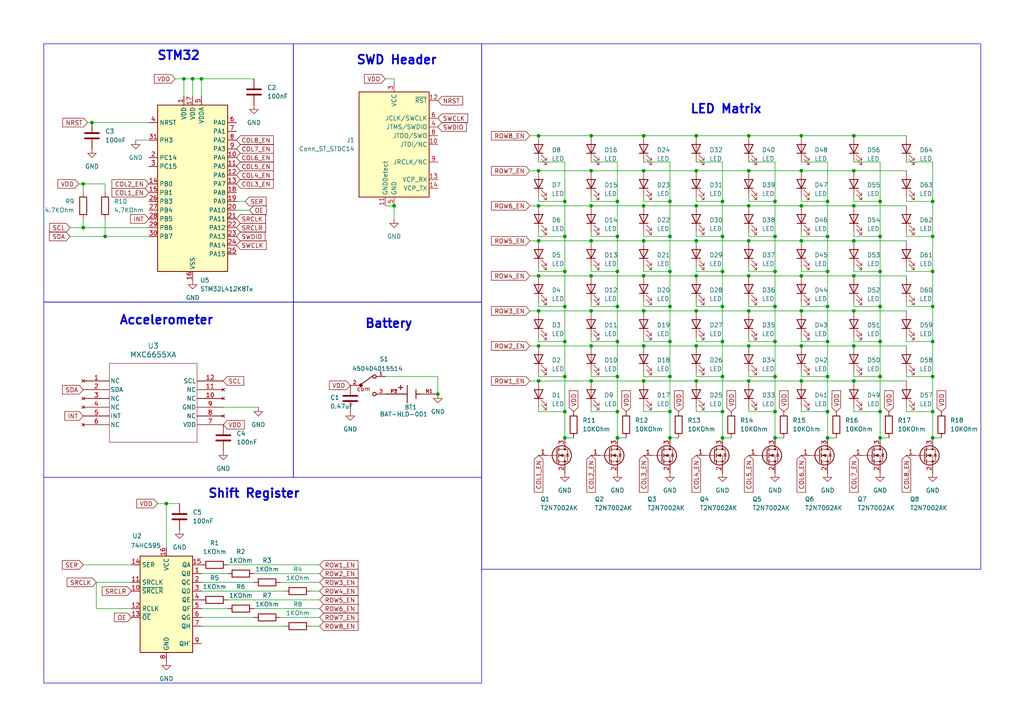
<source format=kicad_sch>
(kicad_sch (version 20250114) (generator "eeschema") (generator_version "9.0")
  (paper "A4")
  (title_block (title "Physics Simulating Business Card") (date "11/28/2025") (rev "A"))
  (rectangle (start 12.7 12.7) (end 85.09 87.63))
  (rectangle (start 85.09 87.63) (end 139.7 138.43))
  (rectangle (start 12.7 87.63) (end 85.09 138.43))
  (rectangle (start 12.7 138.43) (end 139.7 198.12))
  (rectangle (start 85.09 12.7) (end 139.7 87.63))
  (rectangle (start 139.7 12.7) (end 284.48 165.1))
  (text "Shift Register" (at 73.66 143.256 0) (effects (font (size 2.54 2.54) (thickness 0.508) (bold yes))))
  (text "STM32" (at 51.816 16.256 0) (effects (font (size 2.54 2.54) (thickness 0.508) (bold yes))))
  (text "Accelerometer" (at 48.26 92.964 0) (effects (font (size 2.54 2.54) (thickness 0.508) (bold yes))))
  (text "LED Matrix" (at 210.566 31.75 0) (effects (font (size 2.54 2.54) (thickness 0.508) (bold yes))))
  (text "Battery" (at 112.776 93.98 0) (effects (font (size 2.54 2.54) (thickness 0.508) (bold yes))))
  (text "SWD Header" (at 115.062 17.526 0) (effects (font (size 2.54 2.54) (thickness 0.508) (bold yes))))
  (junction (at 186.69 80.01))
  (junction (at 255.27 88.9))
  (junction (at 255.27 109.22))
  (junction (at 194.31 78.74))
  (junction (at 186.69 90.17))
  (junction (at 194.31 88.9))
  (junction (at 217.17 39.37))
  (junction (at 247.65 100.33))
  (junction (at 48.26 146.05))
  (junction (at 255.27 58.42))
  (junction (at 179.07 119.38))
  (junction (at 171.45 110.49))
  (junction (at 156.21 59.69))
  (junction (at 247.65 110.49))
  (junction (at 156.21 80.01))
  (junction (at 201.93 49.53))
  (junction (at 186.69 59.69))
  (junction (at 179.07 58.42))
  (junction (at 201.93 39.37))
  (junction (at 232.41 100.33))
  (junction (at 114.3 59.69))
  (junction (at 58.42 22.86))
  (junction (at 224.79 68.58))
  (junction (at 224.79 119.38))
  (junction (at 186.69 110.49))
  (junction (at 240.03 88.9))
  (junction (at 232.41 49.53))
  (junction (at 186.69 39.37))
  (junction (at 186.69 69.85))
  (junction (at 240.03 119.38))
  (junction (at 163.83 78.74))
  (junction (at 163.83 68.58))
  (junction (at 171.45 80.01))
  (junction (at 171.45 39.37))
  (junction (at 247.65 69.85))
  (junction (at 270.51 127))
  (junction (at 247.65 90.17))
  (junction (at 194.31 58.42))
  (junction (at 224.79 88.9))
  (junction (at 179.07 78.74))
  (junction (at 24.13 66.04))
  (junction (at 127 114.3))
  (junction (at 24.13 53.34))
  (junction (at 224.79 99.06))
  (junction (at 232.41 90.17))
  (junction (at 209.55 127))
  (junction (at 232.41 69.85))
  (junction (at 163.83 119.38))
  (junction (at 179.07 68.58))
  (junction (at 270.51 119.38))
  (junction (at 156.21 110.49))
  (junction (at 179.07 88.9))
  (junction (at 270.51 88.9))
  (junction (at 217.17 90.17))
  (junction (at 217.17 100.33))
  (junction (at 30.48 68.58))
  (junction (at 163.83 99.06))
  (junction (at 186.69 100.33))
  (junction (at 217.17 69.85))
  (junction (at 247.65 39.37))
  (junction (at 209.55 68.58))
  (junction (at 270.51 58.42))
  (junction (at 53.34 22.86))
  (junction (at 209.55 109.22))
  (junction (at 217.17 80.01))
  (junction (at 232.41 39.37))
  (junction (at 255.27 127))
  (junction (at 224.79 78.74))
  (junction (at 255.27 78.74))
  (junction (at 209.55 78.74))
  (junction (at 163.83 88.9))
  (junction (at 201.93 110.49))
  (junction (at 163.83 109.22))
  (junction (at 217.17 49.53))
  (junction (at 201.93 69.85))
  (junction (at 171.45 59.69))
  (junction (at 209.55 88.9))
  (junction (at 201.93 59.69))
  (junction (at 209.55 119.38))
  (junction (at 217.17 110.49))
  (junction (at 171.45 69.85))
  (junction (at 240.03 127))
  (junction (at 209.55 58.42))
  (junction (at 247.65 59.69))
  (junction (at 194.31 109.22))
  (junction (at 240.03 78.74))
  (junction (at 163.83 58.42))
  (junction (at 232.41 59.69))
  (junction (at 270.51 109.22))
  (junction (at 270.51 78.74))
  (junction (at 156.21 100.33))
  (junction (at 240.03 109.22))
  (junction (at 171.45 90.17))
  (junction (at 232.41 80.01))
  (junction (at 224.79 58.42))
  (junction (at 156.21 49.53))
  (junction (at 156.21 69.85))
  (junction (at 247.65 49.53))
  (junction (at 179.07 109.22))
  (junction (at 224.79 109.22))
  (junction (at 179.07 99.06))
  (junction (at 156.21 90.17))
  (junction (at 270.51 68.58))
  (junction (at 255.27 99.06))
  (junction (at 194.31 99.06))
  (junction (at 255.27 68.58))
  (junction (at 255.27 119.38))
  (junction (at 240.03 99.06))
  (junction (at 201.93 90.17))
  (junction (at 171.45 100.33))
  (junction (at 209.55 99.06))
  (junction (at 240.03 68.58))
  (junction (at 194.31 127))
  (junction (at 179.07 127))
  (junction (at 171.45 49.53))
  (junction (at 224.79 127))
  (junction (at 194.31 68.58))
  (junction (at 194.31 119.38))
  (junction (at 240.03 58.42))
  (junction (at 163.83 127))
  (junction (at 55.88 22.86))
  (junction (at 270.51 99.06))
  (junction (at 217.17 59.69))
  (junction (at 201.93 100.33))
  (junction (at 156.21 39.37))
  (junction (at 26.67 35.56))
  (junction (at 247.65 80.01))
  (junction (at 186.69 49.53))
  (junction (at 201.93 80.01))
  (junction (at 232.41 110.49))
  (wire (pts (xy 194.31 119.38) (xy 194.31 127)))
  (wire (pts (xy 232.41 99.06) (xy 240.03 99.06)))
  (wire (pts (xy 114.3 22.86) (xy 114.3 24.13)))
  (wire (pts (xy 209.55 109.22) (xy 209.55 119.38)))
  (wire (pts (xy 201.93 68.58) (xy 209.55 68.58)))
  (wire (pts (xy 201.93 67.31) (xy 201.93 68.58)))
  (wire (pts (xy 247.65 46.99) (xy 255.27 46.99)))
  (wire (pts (xy 201.93 39.37) (xy 217.17 39.37)))
  (wire (pts (xy 71.12 58.42) (xy 68.58 58.42)))
  (wire (pts (xy 209.55 68.58) (xy 209.55 78.74)))
  (wire (pts (xy 240.03 46.99) (xy 240.03 58.42)))
  (wire (pts (xy 153.67 49.53) (xy 156.21 49.53)))
  (wire (pts (xy 179.07 68.58) (xy 179.07 78.74)))
  (wire (pts (xy 262.89 119.38) (xy 262.89 118.11)))
  (wire (pts (xy 171.45 69.85) (xy 186.69 69.85)))
  (wire (pts (xy 156.21 88.9) (xy 163.83 88.9)))
  (wire (pts (xy 186.69 46.99) (xy 194.31 46.99)))
  (wire (pts (xy 186.69 77.47) (xy 186.69 78.74)))
  (wire (pts (xy 58.42 22.86) (xy 55.88 22.86)))
  (wire (pts (xy 179.07 119.38) (xy 171.45 119.38)))
  (wire (pts (xy 171.45 39.37) (xy 186.69 39.37)))
  (wire (pts (xy 255.27 46.99) (xy 255.27 58.42)))
  (wire (pts (xy 186.69 88.9) (xy 194.31 88.9)))
  (wire (pts (xy 240.03 127) (xy 242.57 127)))
  (wire (pts (xy 262.89 107.95) (xy 262.89 109.22)))
  (wire (pts (xy 194.31 78.74) (xy 194.31 88.9)))
  (wire (pts (xy 224.79 46.99) (xy 224.79 58.42)))
  (wire (pts (xy 247.65 78.74) (xy 255.27 78.74)))
  (wire (pts (xy 232.41 67.31) (xy 232.41 68.58)))
  (wire (pts (xy 247.65 58.42) (xy 255.27 58.42)))
  (wire (pts (xy 179.07 78.74) (xy 179.07 88.9)))
  (wire (pts (xy 73.66 176.53) (xy 92.71 176.53)))
  (wire (pts (xy 194.31 68.58) (xy 194.31 78.74)))
  (wire (pts (xy 224.79 99.06) (xy 224.79 109.22)))
  (wire (pts (xy 163.83 99.06) (xy 163.83 109.22)))
  (wire (pts (xy 156.21 58.42) (xy 163.83 58.42)))
  (wire (pts (xy 217.17 57.15) (xy 217.17 58.42)))
  (wire (pts (xy 262.89 77.47) (xy 262.89 78.74)))
  (wire (pts (xy 186.69 97.79) (xy 186.69 99.06)))
  (wire (pts (xy 209.55 119.38) (xy 201.93 119.38)))
  (wire (pts (xy 194.31 109.22) (xy 194.31 119.38)))
  (wire (pts (xy 156.21 67.31) (xy 156.21 68.58)))
  (wire (pts (xy 217.17 88.9) (xy 224.79 88.9)))
  (wire (pts (xy 201.93 88.9) (xy 209.55 88.9)))
  (wire (pts (xy 247.65 87.63) (xy 247.65 88.9)))
  (wire (pts (xy 262.89 78.74) (xy 270.51 78.74)))
  (wire (pts (xy 24.13 66.04) (xy 43.18 66.04)))
  (wire (pts (xy 186.69 110.49) (xy 201.93 110.49)))
  (wire (pts (xy 48.26 146.05) (xy 48.26 158.75)))
  (wire (pts (xy 209.55 46.99) (xy 209.55 58.42)))
  (wire (pts (xy 217.17 80.01) (xy 232.41 80.01)))
  (wire (pts (xy 255.27 58.42) (xy 255.27 68.58)))
  (wire (pts (xy 201.93 58.42) (xy 209.55 58.42)))
  (wire (pts (xy 201.93 90.17) (xy 217.17 90.17)))
  (wire (pts (xy 209.55 58.42) (xy 209.55 68.58)))
  (wire (pts (xy 156.21 78.74) (xy 163.83 78.74)))
  (wire (pts (xy 163.83 109.22) (xy 163.83 119.38)))
  (wire (pts (xy 55.88 27.94) (xy 55.88 22.86)))
  (wire (pts (xy 194.31 99.06) (xy 194.31 109.22)))
  (wire (pts (xy 171.45 97.79) (xy 171.45 99.06)))
  (wire (pts (xy 171.45 58.42) (xy 179.07 58.42)))
  (wire (pts (xy 224.79 58.42) (xy 224.79 68.58)))
  (wire (pts (xy 201.93 78.74) (xy 209.55 78.74)))
  (wire (pts (xy 163.83 127) (xy 166.37 127)))
  (wire (pts (xy 217.17 68.58) (xy 224.79 68.58)))
  (wire (pts (xy 247.65 109.22) (xy 255.27 109.22)))
  (wire (pts (xy 262.89 109.22) (xy 270.51 109.22)))
  (wire (pts (xy 156.21 59.69) (xy 171.45 59.69)))
  (wire (pts (xy 156.21 80.01) (xy 171.45 80.01)))
  (wire (pts (xy 27.94 168.91) (xy 27.94 176.53)))
  (wire (pts (xy 232.41 58.42) (xy 240.03 58.42)))
  (wire (pts (xy 224.79 68.58) (xy 224.79 78.74)))
  (wire (pts (xy 194.31 88.9) (xy 194.31 99.06)))
  (wire (pts (xy 179.07 119.38) (xy 179.07 127)))
  (wire (pts (xy 194.31 58.42) (xy 194.31 68.58)))
  (wire (pts (xy 171.45 68.58) (xy 179.07 68.58)))
  (wire (pts (xy 30.48 55.88) (xy 30.48 53.34)))
  (wire (pts (xy 201.93 46.99) (xy 209.55 46.99)))
  (wire (pts (xy 163.83 58.42) (xy 163.83 68.58)))
  (wire (pts (xy 217.17 77.47) (xy 217.17 78.74)))
  (wire (pts (xy 81.28 168.91) (xy 92.71 168.91)))
  (wire (pts (xy 201.93 100.33) (xy 217.17 100.33)))
  (wire (pts (xy 55.88 176.53) (xy 55.88 173.99)))
  (wire (pts (xy 30.48 53.34) (xy 24.13 53.34)))
  (wire (pts (xy 186.69 109.22) (xy 194.31 109.22)))
  (wire (pts (xy 255.27 68.58) (xy 255.27 78.74)))
  (wire (pts (xy 232.41 90.17) (xy 247.65 90.17)))
  (wire (pts (xy 156.21 97.79) (xy 156.21 99.06)))
  (wire (pts (xy 156.21 109.22) (xy 163.83 109.22)))
  (wire (pts (xy 247.65 99.06) (xy 255.27 99.06)))
  (wire (pts (xy 255.27 109.22) (xy 255.27 119.38)))
  (wire (pts (xy 240.03 78.74) (xy 240.03 88.9)))
  (wire (pts (xy 156.21 110.49) (xy 171.45 110.49)))
  (wire (pts (xy 232.41 46.99) (xy 240.03 46.99)))
  (wire (pts (xy 224.79 119.38) (xy 217.17 119.38)))
  (wire (pts (xy 179.07 109.22) (xy 179.07 119.38)))
  (wire (pts (xy 201.93 87.63) (xy 201.93 88.9)))
  (wire (pts (xy 240.03 88.9) (xy 240.03 99.06)))
  (wire (pts (xy 25.4 35.56) (xy 26.67 35.56)))
  (wire (pts (xy 270.51 119.38) (xy 270.51 127)))
  (wire (pts (xy 163.83 88.9) (xy 163.83 99.06)))
  (wire (pts (xy 186.69 39.37) (xy 201.93 39.37)))
  (wire (pts (xy 24.13 163.83) (xy 38.1 163.83)))
  (wire (pts (xy 82.55 171.45) (xy 58.42 171.45)))
  (wire (pts (xy 53.34 22.86) (xy 53.34 27.94)))
  (wire (pts (xy 224.79 109.22) (xy 224.79 119.38)))
  (wire (pts (xy 262.89 68.58) (xy 270.51 68.58)))
  (wire (pts (xy 186.69 80.01) (xy 201.93 80.01)))
  (wire (pts (xy 201.93 110.49) (xy 217.17 110.49)))
  (wire (pts (xy 156.21 90.17) (xy 171.45 90.17)))
  (wire (pts (xy 58.42 22.86) (xy 73.66 22.86)))
  (wire (pts (xy 247.65 57.15) (xy 247.65 58.42)))
  (wire (pts (xy 186.69 59.69) (xy 201.93 59.69)))
  (wire (pts (xy 156.21 57.15) (xy 156.21 58.42)))
  (wire (pts (xy 224.79 119.38) (xy 224.79 127)))
  (wire (pts (xy 171.45 78.74) (xy 179.07 78.74)))
  (wire (pts (xy 171.45 99.06) (xy 179.07 99.06)))
  (wire (pts (xy 262.89 67.31) (xy 262.89 68.58)))
  (wire (pts (xy 232.41 109.22) (xy 240.03 109.22)))
  (wire (pts (xy 247.65 59.69) (xy 262.89 59.69)))
  (wire (pts (xy 27.94 168.91) (xy 38.1 168.91)))
  (wire (pts (xy 30.48 63.5) (xy 30.48 68.58)))
  (wire (pts (xy 232.41 100.33) (xy 247.65 100.33)))
  (wire (pts (xy 217.17 90.17) (xy 232.41 90.17)))
  (wire (pts (xy 72.39 60.96) (xy 68.58 60.96)))
  (wire (pts (xy 270.51 119.38) (xy 262.89 119.38)))
  (wire (pts (xy 217.17 119.38) (xy 217.17 118.11)))
  (wire (pts (xy 186.69 58.42) (xy 194.31 58.42)))
  (wire (pts (xy 217.17 87.63) (xy 217.17 88.9)))
  (wire (pts (xy 247.65 107.95) (xy 247.65 109.22)))
  (wire (pts (xy 201.93 97.79) (xy 201.93 99.06)))
  (wire (pts (xy 163.83 78.74) (xy 163.83 88.9)))
  (wire (pts (xy 48.26 146.05) (xy 52.07 146.05)))
  (wire (pts (xy 255.27 127) (xy 257.81 127)))
  (wire (pts (xy 255.27 78.74) (xy 255.27 88.9)))
  (wire (pts (xy 247.65 119.38) (xy 247.65 118.11)))
  (wire (pts (xy 232.41 110.49) (xy 247.65 110.49)))
  (wire (pts (xy 156.21 100.33) (xy 171.45 100.33)))
  (wire (pts (xy 262.89 46.99) (xy 270.51 46.99)))
  (wire (pts (xy 232.41 107.95) (xy 232.41 109.22)))
  (wire (pts (xy 232.41 80.01) (xy 247.65 80.01)))
  (wire (pts (xy 240.03 119.38) (xy 240.03 127)))
  (wire (pts (xy 247.65 90.17) (xy 262.89 90.17)))
  (wire (pts (xy 24.13 63.5) (xy 24.13 66.04)))
  (wire (pts (xy 224.79 127) (xy 227.33 127)))
  (wire (pts (xy 24.13 53.34) (xy 22.86 53.34)))
  (wire (pts (xy 217.17 107.95) (xy 217.17 109.22)))
  (wire (pts (xy 82.55 181.61) (xy 58.42 181.61)))
  (wire (pts (xy 247.65 80.01) (xy 262.89 80.01)))
  (wire (pts (xy 171.45 109.22) (xy 179.07 109.22)))
  (wire (pts (xy 171.45 49.53) (xy 186.69 49.53)))
  (wire (pts (xy 26.67 35.56) (xy 43.18 35.56)))
  (wire (pts (xy 201.93 57.15) (xy 201.93 58.42)))
  (wire (pts (xy 217.17 59.69) (xy 232.41 59.69)))
  (wire (pts (xy 156.21 49.53) (xy 171.45 49.53)))
  (wire (pts (xy 179.07 46.99) (xy 179.07 58.42)))
  (wire (pts (xy 232.41 49.53) (xy 247.65 49.53)))
  (wire (pts (xy 247.65 49.53) (xy 262.89 49.53)))
  (wire (pts (xy 186.69 107.95) (xy 186.69 109.22)))
  (wire (pts (xy 156.21 107.95) (xy 156.21 109.22)))
  (wire (pts (xy 90.17 171.45) (xy 92.71 171.45)))
  (wire (pts (xy 270.51 99.06) (xy 270.51 109.22)))
  (wire (pts (xy 163.83 119.38) (xy 156.21 119.38)))
  (wire (pts (xy 247.65 39.37) (xy 262.89 39.37)))
  (wire (pts (xy 255.27 99.06) (xy 255.27 109.22)))
  (wire (pts (xy 247.65 77.47) (xy 247.65 78.74)))
  (wire (pts (xy 270.51 46.99) (xy 270.51 58.42)))
  (wire (pts (xy 194.31 119.38) (xy 186.69 119.38)))
  (wire (pts (xy 262.89 58.42) (xy 270.51 58.42)))
  (wire (pts (xy 232.41 68.58) (xy 240.03 68.58)))
  (wire (pts (xy 90.17 181.61) (xy 92.71 181.61)))
  (wire (pts (xy 45.72 146.05) (xy 48.26 146.05)))
  (wire (pts (xy 39.37 40.64) (xy 43.18 40.64)))
  (wire (pts (xy 171.45 87.63) (xy 171.45 88.9)))
  (wire (pts (xy 201.93 77.47) (xy 201.93 78.74)))
  (wire (pts (xy 232.41 69.85) (xy 247.65 69.85)))
  (wire (pts (xy 217.17 46.99) (xy 224.79 46.99)))
  (wire (pts (xy 217.17 109.22) (xy 224.79 109.22)))
  (wire (pts (xy 171.45 67.31) (xy 171.45 68.58)))
  (wire (pts (xy 201.93 49.53) (xy 217.17 49.53)))
  (wire (pts (xy 20.32 66.04) (xy 24.13 66.04)))
  (wire (pts (xy 186.69 69.85) (xy 201.93 69.85)))
  (wire (pts (xy 240.03 119.38) (xy 232.41 119.38)))
  (wire (pts (xy 66.04 163.83) (xy 92.71 163.83)))
  (wire (pts (xy 217.17 99.06) (xy 224.79 99.06)))
  (wire (pts (xy 224.79 88.9) (xy 224.79 99.06)))
  (wire (pts (xy 127 109.22) (xy 127 114.3)))
  (wire (pts (xy 247.65 68.58) (xy 255.27 68.58)))
  (wire (pts (xy 217.17 110.49) (xy 232.41 110.49)))
  (wire (pts (xy 171.45 88.9) (xy 179.07 88.9)))
  (wire (pts (xy 171.45 90.17) (xy 186.69 90.17)))
  (wire (pts (xy 179.07 99.06) (xy 179.07 109.22)))
  (wire (pts (xy 232.41 88.9) (xy 240.03 88.9)))
  (wire (pts (xy 270.51 88.9) (xy 270.51 99.06)))
  (wire (pts (xy 66.04 173.99) (xy 92.71 173.99)))
  (wire (pts (xy 156.21 119.38) (xy 156.21 118.11)))
  (wire (pts (xy 81.28 179.07) (xy 92.71 179.07)))
  (wire (pts (xy 262.89 87.63) (xy 262.89 88.9)))
  (wire (pts (xy 171.45 57.15) (xy 171.45 58.42)))
  (wire (pts (xy 186.69 68.58) (xy 194.31 68.58)))
  (wire (pts (xy 186.69 90.17) (xy 201.93 90.17)))
  (wire (pts (xy 194.31 127) (xy 196.85 127)))
  (wire (pts (xy 240.03 68.58) (xy 240.03 78.74)))
  (wire (pts (xy 186.69 119.38) (xy 186.69 118.11)))
  (wire (pts (xy 209.55 99.06) (xy 209.55 109.22)))
  (wire (pts (xy 247.65 69.85) (xy 262.89 69.85)))
  (wire (pts (xy 209.55 119.38) (xy 209.55 127)))
  (wire (pts (xy 171.45 46.99) (xy 179.07 46.99)))
  (wire (pts (xy 262.89 57.15) (xy 262.89 58.42)))
  (wire (pts (xy 111.76 22.86) (xy 114.3 22.86)))
  (wire (pts (xy 232.41 57.15) (xy 232.41 58.42)))
  (wire (pts (xy 171.45 77.47) (xy 171.45 78.74)))
  (wire (pts (xy 186.69 78.74) (xy 194.31 78.74)))
  (wire (pts (xy 24.13 55.88) (xy 24.13 53.34)))
  (wire (pts (xy 73.66 168.91) (xy 58.42 168.91)))
  (wire (pts (xy 171.45 110.49) (xy 186.69 110.49)))
  (wire (pts (xy 217.17 100.33) (xy 232.41 100.33)))
  (wire (pts (xy 232.41 39.37) (xy 247.65 39.37)))
  (wire (pts (xy 209.55 88.9) (xy 209.55 99.06)))
  (wire (pts (xy 255.27 119.38) (xy 255.27 127)))
  (wire (pts (xy 153.67 90.17) (xy 156.21 90.17)))
  (wire (pts (xy 217.17 39.37) (xy 232.41 39.37)))
  (wire (pts (xy 186.69 99.06) (xy 194.31 99.06)))
  (wire (pts (xy 217.17 58.42) (xy 224.79 58.42)))
  (wire (pts (xy 217.17 67.31) (xy 217.17 68.58)))
  (wire (pts (xy 217.17 78.74) (xy 224.79 78.74)))
  (wire (pts (xy 247.65 110.49) (xy 262.89 110.49)))
  (wire (pts (xy 179.07 88.9) (xy 179.07 99.06)))
  (wire (pts (xy 156.21 99.06) (xy 163.83 99.06)))
  (wire (pts (xy 153.67 110.49) (xy 156.21 110.49)))
  (wire (pts (xy 232.41 77.47) (xy 232.41 78.74)))
  (wire (pts (xy 163.83 46.99) (xy 163.83 58.42)))
  (wire (pts (xy 270.51 58.42) (xy 270.51 68.58)))
  (wire (pts (xy 156.21 87.63) (xy 156.21 88.9)))
  (wire (pts (xy 111.76 109.22) (xy 127 109.22)))
  (wire (pts (xy 181.61 127) (xy 179.07 127)))
  (wire (pts (xy 240.03 109.22) (xy 240.03 119.38)))
  (wire (pts (xy 247.65 88.9) (xy 255.27 88.9)))
  (wire (pts (xy 201.93 119.38) (xy 201.93 118.11)))
  (wire (pts (xy 64.77 118.11) (xy 74.93 118.11)))
  (wire (pts (xy 30.48 68.58) (xy 43.18 68.58)))
  (wire (pts (xy 232.41 78.74) (xy 240.03 78.74)))
  (wire (pts (xy 255.27 88.9) (xy 255.27 99.06)))
  (wire (pts (xy 163.83 68.58) (xy 163.83 78.74)))
  (wire (pts (xy 240.03 58.42) (xy 240.03 68.58)))
  (wire (pts (xy 217.17 97.79) (xy 217.17 99.06)))
  (wire (pts (xy 262.89 97.79) (xy 262.89 99.06)))
  (wire (pts (xy 255.27 119.38) (xy 247.65 119.38)))
  (wire (pts (xy 262.89 99.06) (xy 270.51 99.06)))
  (wire (pts (xy 194.31 46.99) (xy 194.31 58.42)))
  (wire (pts (xy 217.17 49.53) (xy 232.41 49.53)))
  (wire (pts (xy 186.69 57.15) (xy 186.69 58.42)))
  (wire (pts (xy 171.45 100.33) (xy 186.69 100.33)))
  (wire (pts (xy 201.93 107.95) (xy 201.93 109.22)))
  (wire (pts (xy 201.93 109.22) (xy 209.55 109.22)))
  (wire (pts (xy 114.3 63.5) (xy 114.3 59.69)))
  (wire (pts (xy 270.51 127) (xy 273.05 127)))
  (wire (pts (xy 55.88 22.86) (xy 53.34 22.86)))
  (wire (pts (xy 232.41 119.38) (xy 232.41 118.11)))
  (wire (pts (xy 66.04 166.37) (xy 58.42 166.37)))
  (wire (pts (xy 20.32 68.58) (xy 30.48 68.58)))
  (wire (pts (xy 186.69 87.63) (xy 186.69 88.9)))
  (wire (pts (xy 209.55 127) (xy 212.09 127)))
  (wire (pts (xy 201.93 80.01) (xy 217.17 80.01)))
  (wire (pts (xy 270.51 68.58) (xy 270.51 78.74)))
  (wire (pts (xy 50.8 22.86) (xy 53.34 22.86)))
  (wire (pts (xy 153.67 80.01) (xy 156.21 80.01)))
  (wire (pts (xy 153.67 59.69) (xy 156.21 59.69)))
  (wire (pts (xy 58.42 27.94) (xy 58.42 22.86)))
  (wire (pts (xy 232.41 87.63) (xy 232.41 88.9)))
  (wire (pts (xy 153.67 39.37) (xy 156.21 39.37)))
  (wire (pts (xy 270.51 109.22) (xy 270.51 119.38)))
  (wire (pts (xy 156.21 69.85) (xy 171.45 69.85)))
  (wire (pts (xy 247.65 97.79) (xy 247.65 99.06)))
  (wire (pts (xy 201.93 99.06) (xy 209.55 99.06)))
  (wire (pts (xy 163.83 119.38) (xy 163.83 127)))
  (wire (pts (xy 240.03 99.06) (xy 240.03 109.22)))
  (wire (pts (xy 66.04 176.53) (xy 58.42 176.53)))
  (wire (pts (xy 179.07 58.42) (xy 179.07 68.58)))
  (wire (pts (xy 171.45 59.69) (xy 186.69 59.69)))
  (wire (pts (xy 201.93 69.85) (xy 217.17 69.85)))
  (wire (pts (xy 217.17 69.85) (xy 232.41 69.85)))
  (wire (pts (xy 73.66 179.07) (xy 58.42 179.07)))
  (wire (pts (xy 224.79 78.74) (xy 224.79 88.9)))
  (wire (pts (xy 270.51 78.74) (xy 270.51 88.9)))
  (wire (pts (xy 171.45 107.95) (xy 171.45 109.22)))
  (wire (pts (xy 38.1 176.53) (xy 27.94 176.53)))
  (wire (pts (xy 156.21 46.99) (xy 163.83 46.99)))
  (wire (pts (xy 156.21 77.47) (xy 156.21 78.74)))
  (wire (pts (xy 171.45 80.01) (xy 186.69 80.01)))
  (wire (pts (xy 262.89 88.9) (xy 270.51 88.9)))
  (wire (pts (xy 153.67 69.85) (xy 156.21 69.85)))
  (wire (pts (xy 209.55 78.74) (xy 209.55 88.9)))
  (wire (pts (xy 232.41 97.79) (xy 232.41 99.06)))
  (wire (pts (xy 232.41 59.69) (xy 247.65 59.69)))
  (wire (pts (xy 156.21 68.58) (xy 163.83 68.58)))
  (wire (pts (xy 186.69 100.33) (xy 201.93 100.33)))
  (wire (pts (xy 171.45 119.38) (xy 171.45 118.11)))
  (wire (pts (xy 186.69 67.31) (xy 186.69 68.58)))
  (wire (pts (xy 247.65 100.33) (xy 262.89 100.33)))
  (wire (pts (xy 73.66 166.37) (xy 92.71 166.37)))
  (wire (pts (xy 201.93 59.69) (xy 217.17 59.69)))
  (wire (pts (xy 153.67 100.33) (xy 156.21 100.33)))
  (wire (pts (xy 247.65 67.31) (xy 247.65 68.58)))
  (wire (pts (xy 111.76 59.69) (xy 114.3 59.69)))
  (wire (pts (xy 156.21 39.37) (xy 171.45 39.37)))
  (wire (pts (xy 186.69 49.53) (xy 201.93 49.53)))
  (global_label "SWDIO" (shape input) (at 68.58 68.58 0) (property "Intersheetrefs" "${INTERSHEET_REFS}" (effects (hide yes))))
  (global_label "ROW2_EN" (shape input) (at 92.71 166.37 0) (property "Intersheetrefs" "${INTERSHEET_REFS}" (effects (hide yes))))
  (global_label "ROW1_EN" (shape input) (at 153.67 110.49 180) (property "Intersheetrefs" "${INTERSHEET_REFS}" (effects (hide yes))))
  (global_label "COL4_EN" (shape input) (at 201.93 132.08 270) (property "Intersheetrefs" "${INTERSHEET_REFS}" (effects (hide yes))))
  (global_label "COL1_EN" (shape input) (at 43.18 55.88 180) (property "Intersheetrefs" "${INTERSHEET_REFS}" (effects (hide yes))))
  (global_label "ROW3_EN" (shape input) (at 153.67 90.17 180) (property "Intersheetrefs" "${INTERSHEET_REFS}" (effects (hide yes))))
  (global_label "SRCLK" (shape input) (at 68.58 63.5 0) (property "Intersheetrefs" "${INTERSHEET_REFS}" (effects (hide yes))))
  (global_label "COL3_EN" (shape input) (at 68.58 53.34 0) (property "Intersheetrefs" "${INTERSHEET_REFS}" (effects (hide yes))))
  (global_label "SER" (shape input) (at 24.13 163.83 180) (property "Intersheetrefs" "${INTERSHEET_REFS}" (effects (hide yes))))
  (global_label "SRCLR" (shape input) (at 68.58 66.04 0) (property "Intersheetrefs" "${INTERSHEET_REFS}" (effects (hide yes))))
  (global_label "SCL" (shape input) (at 64.77 110.49 0) (property "Intersheetrefs" "${INTERSHEET_REFS}" (effects (hide yes))))
  (global_label "COL8_EN" (shape input) (at 262.89 132.08 270) (property "Intersheetrefs" "${INTERSHEET_REFS}" (effects (hide yes))))
  (global_label "SWDIO" (shape input) (at 127 36.83 0) (property "Intersheetrefs" "${INTERSHEET_REFS}" (effects (hide yes))))
  (global_label "VDD" (shape input) (at 50.8 22.86 180) (property "Intersheetrefs" "${INTERSHEET_REFS}" (effects (hide yes))))
  (global_label "SRCLK" (shape input) (at 27.94 168.91 180) (property "Intersheetrefs" "${INTERSHEET_REFS}" (effects (hide yes))))
  (global_label "VDD" (shape input) (at 64.77 123.19 0) (property "Intersheetrefs" "${INTERSHEET_REFS}" (effects (hide yes))))
  (global_label "INT" (shape input) (at 43.18 63.5 180) (property "Intersheetrefs" "${INTERSHEET_REFS}" (effects (hide yes))))
  (global_label "VDD" (shape input) (at 45.72 146.05 180) (property "Intersheetrefs" "${INTERSHEET_REFS}" (effects (hide yes))))
  (global_label "ROW7_EN" (shape input) (at 153.67 49.53 180) (property "Intersheetrefs" "${INTERSHEET_REFS}" (effects (hide yes))))
  (global_label "ROW7_EN" (shape input) (at 92.71 179.07 0) (property "Intersheetrefs" "${INTERSHEET_REFS}" (effects (hide yes))))
  (global_label "SRCLR" (shape input) (at 38.1 171.45 180) (property "Intersheetrefs" "${INTERSHEET_REFS}" (effects (hide yes))))
  (global_label "VDD" (shape input) (at 101.6 111.76 180) (property "Intersheetrefs" "${INTERSHEET_REFS}" (effects (hide yes))))
  (global_label "COL5_EN" (shape input) (at 217.17 132.08 270) (property "Intersheetrefs" "${INTERSHEET_REFS}" (effects (hide yes))))
  (global_label "ROW8_EN" (shape input) (at 153.67 39.37 180) (property "Intersheetrefs" "${INTERSHEET_REFS}" (effects (hide yes))))
  (global_label "ROW8_EN" (shape input) (at 92.71 181.61 0) (property "Intersheetrefs" "${INTERSHEET_REFS}" (effects (hide yes))))
  (global_label "COL3_EN" (shape input) (at 186.69 132.08 270) (property "Intersheetrefs" "${INTERSHEET_REFS}" (effects (hide yes))))
  (global_label "INT" (shape input) (at 24.13 120.65 180) (property "Intersheetrefs" "${INTERSHEET_REFS}" (effects (hide yes))))
  (global_label "SCL" (shape input) (at 20.32 66.04 180) (property "Intersheetrefs" "${INTERSHEET_REFS}" (effects (hide yes))))
  (global_label "ROW3_EN" (shape input) (at 92.71 168.91 0) (property "Intersheetrefs" "${INTERSHEET_REFS}" (effects (hide yes))))
  (global_label "NRST" (shape input) (at 127 29.21 0) (property "Intersheetrefs" "${INTERSHEET_REFS}" (effects (hide yes))))
  (global_label "COL8_EN" (shape input) (at 68.58 40.64 0) (property "Intersheetrefs" "${INTERSHEET_REFS}" (effects (hide yes))))
  (global_label "COL7_EN" (shape input) (at 68.58 43.18 0) (property "Intersheetrefs" "${INTERSHEET_REFS}" (effects (hide yes))))
  (global_label "ROW5_EN" (shape input) (at 92.71 173.99 0) (property "Intersheetrefs" "${INTERSHEET_REFS}" (effects (hide yes))))
  (global_label "COL2_EN" (shape input) (at 43.18 53.34 180) (property "Intersheetrefs" "${INTERSHEET_REFS}" (effects (hide yes))))
  (global_label "SER" (shape input) (at 71.12 58.42 0) (property "Intersheetrefs" "${INTERSHEET_REFS}" (effects (hide yes))))
  (global_label "OE" (shape input) (at 38.1 179.07 180) (property "Intersheetrefs" "${INTERSHEET_REFS}" (effects (hide yes))))
  (global_label "ROW1_EN" (shape input) (at 92.71 163.83 0) (property "Intersheetrefs" "${INTERSHEET_REFS}" (effects (hide yes))))
  (global_label "COL6_EN" (shape input) (at 232.41 132.08 270) (property "Intersheetrefs" "${INTERSHEET_REFS}" (effects (hide yes))))
  (global_label "VDD" (shape input) (at 111.76 22.86 180) (property "Intersheetrefs" "${INTERSHEET_REFS}" (effects (hide yes))))
  (global_label "ROW5_EN" (shape input) (at 153.67 69.85 180) (property "Intersheetrefs" "${INTERSHEET_REFS}" (effects (hide yes))))
  (global_label "VDD" (shape input) (at 212.09 119.38 90) (property "Intersheetrefs" "${INTERSHEET_REFS}" (effects (hide yes))))
  (global_label "SDA" (shape input) (at 20.32 68.58 180) (property "Intersheetrefs" "${INTERSHEET_REFS}" (effects (hide yes))))
  (global_label "ROW6_EN" (shape input) (at 153.67 59.69 180) (property "Intersheetrefs" "${INTERSHEET_REFS}" (effects (hide yes))))
  (global_label "COL6_EN" (shape input) (at 68.58 45.72 0) (property "Intersheetrefs" "${INTERSHEET_REFS}" (effects (hide yes))))
  (global_label "VDD" (shape input) (at 181.61 119.38 90) (property "Intersheetrefs" "${INTERSHEET_REFS}" (effects (hide yes))))
  (global_label "VDD" (shape input) (at 257.81 119.38 90) (property "Intersheetrefs" "${INTERSHEET_REFS}" (effects (hide yes))))
  (global_label "ROW4_EN" (shape input) (at 92.71 171.45 0) (property "Intersheetrefs" "${INTERSHEET_REFS}" (effects (hide yes))))
  (global_label "VDD" (shape input) (at 22.86 53.34 180) (property "Intersheetrefs" "${INTERSHEET_REFS}" (effects (hide yes))))
  (global_label "COL1_EN" (shape input) (at 156.21 132.08 270) (property "Intersheetrefs" "${INTERSHEET_REFS}" (effects (hide yes))))
  (global_label "COL5_EN" (shape input) (at 68.58 48.26 0) (property "Intersheetrefs" "${INTERSHEET_REFS}" (effects (hide yes))))
  (global_label "NRST" (shape input) (at 25.4 35.56 180) (property "Intersheetrefs" "${INTERSHEET_REFS}" (effects (hide yes))))
  (global_label "COL7_EN" (shape input) (at 247.65 132.08 270) (property "Intersheetrefs" "${INTERSHEET_REFS}" (effects (hide yes))))
  (global_label "ROW2_EN" (shape input) (at 153.67 100.33 180) (property "Intersheetrefs" "${INTERSHEET_REFS}" (effects (hide yes))))
  (global_label "ROW6_EN" (shape input) (at 92.71 176.53 0) (property "Intersheetrefs" "${INTERSHEET_REFS}" (effects (hide yes))))
  (global_label "COL4_EN" (shape input) (at 68.58 50.8 0) (property "Intersheetrefs" "${INTERSHEET_REFS}" (effects (hide yes))))
  (global_label "SWCLK" (shape input) (at 68.58 71.12 0) (property "Intersheetrefs" "${INTERSHEET_REFS}" (effects (hide yes))))
  (global_label "SWCLK" (shape input) (at 127 34.29 0) (property "Intersheetrefs" "${INTERSHEET_REFS}" (effects (hide yes))))
  (global_label "VDD" (shape input) (at 196.85 119.38 90) (property "Intersheetrefs" "${INTERSHEET_REFS}" (effects (hide yes))))
  (global_label "VDD" (shape input) (at 242.57 119.38 90) (property "Intersheetrefs" "${INTERSHEET_REFS}" (effects (hide yes))))
  (global_label "VDD" (shape input) (at 166.37 119.38 90) (property "Intersheetrefs" "${INTERSHEET_REFS}" (effects (hide yes))))
  (global_label "COL2_EN" (shape input) (at 171.45 132.08 270) (property "Intersheetrefs" "${INTERSHEET_REFS}" (effects (hide yes))))
  (global_label "ROW4_EN" (shape input) (at 153.67 80.01 180) (property "Intersheetrefs" "${INTERSHEET_REFS}" (effects (hide yes))))
  (global_label "OE" (shape input) (at 72.39 60.96 0) (property "Intersheetrefs" "${INTERSHEET_REFS}" (effects (hide yes))))
  (global_label "VDD" (shape input) (at 227.33 119.38 90) (property "Intersheetrefs" "${INTERSHEET_REFS}" (effects (hide yes))))
  (global_label "SDA" (shape input) (at 24.13 113.03 180) (property "Intersheetrefs" "${INTERSHEET_REFS}" (effects (hide yes))))
  (global_label "VDD" (shape input) (at 273.05 119.38 90) (property "Intersheetrefs" "${INTERSHEET_REFS}" (effects (hide yes))))
  (symbol (lib_id "Device:LED") (at 171.45 114.3 90) (unit 1)
    (property "Reference" "D9" (at 175.26 114.6174 90) (effects (justify right)))
    (property "Value" "LED" (at 175.26 117.1574 90) (effects (justify right)))
    (property "Footprint" "LED_SMD:LED_0805_2012Metric_Pad1.15x1.40mm_HandSolder" (effects (hide yes)))
    (property "Description" "Light emitting diode" (effects (hide yes)))
    (property "Sim.Pins" "1=K 2=A" (effects (hide yes)))
  )
  (symbol (lib_id "Device:LED") (at 247.65 43.18 90) (unit 1)
    (property "Reference" "D56" (at 251.46 43.4974 90) (effects (justify right)))
    (property "Value" "LED" (at 251.46 46.0374 90) (effects (justify right)))
    (property "Footprint" "LED_SMD:LED_0805_2012Metric_Pad1.15x1.40mm_HandSolder" (effects (hide yes)))
    (property "Description" "Light emitting diode" (effects (hide yes)))
    (property "Sim.Pins" "1=K 2=A" (effects (hide yes)))
  )
  (symbol (lib_id "Device:C") (at 52.07 149.86 0) (unit 1)
    (property "Reference" "C5" (at 55.88 148.5899 0) (effects (justify left)))
    (property "Value" "100nF" (at 55.88 151.1299 0) (effects (justify left)))
    (property "Footprint" "Capacitor_SMD:C_0805_2012Metric_Pad1.18x1.45mm_HandSolder" (effects (hide yes)))
    (property "Description" "Unpolarized capacitor" (effects (hide yes)))
  )
  (symbol (lib_id "Device:LED") (at 201.93 73.66 90) (unit 1)
    (property "Reference" "D29" (at 205.74 73.9774 90) (effects (justify right)))
    (property "Value" "LED" (at 205.74 76.5174 90) (effects (justify right)))
    (property "Footprint" "LED_SMD:LED_0805_2012Metric_Pad1.15x1.40mm_HandSolder" (effects (hide yes)))
    (property "Description" "Light emitting diode" (effects (hide yes)))
    (property "Sim.Pins" "1=K 2=A" (effects (hide yes)))
  )
  (symbol (lib_id "power:GND") (at 64.77 130.81 0) (unit 1)
    (property "Reference" "#PWR017" (effects (hide yes)))
    (property "Value" "GND" (at 64.77 135.89 0))
    (property "Description" "Power symbol creates a global label with name \"GND\" , ground" (effects (hide yes)))
  )
  (symbol (lib_id "power:GND") (at 52.07 153.67 0) (unit 1)
    (property "Reference" "#PWR018" (effects (hide yes)))
    (property "Value" "GND" (at 52.07 158.75 0))
    (property "Description" "Power symbol creates a global label with name \"GND\" , ground" (effects (hide yes)))
  )
  (symbol (lib_id "Device:LED") (at 186.69 73.66 90) (unit 1)
    (property "Reference" "D21" (at 190.5 73.9774 90) (effects (justify right)))
    (property "Value" "LED" (at 190.5 76.5174 90) (effects (justify right)))
    (property "Footprint" "LED_SMD:LED_0805_2012Metric_Pad1.15x1.40mm_HandSolder" (effects (hide yes)))
    (property "Description" "Light emitting diode" (effects (hide yes)))
    (property "Sim.Pins" "1=K 2=A" (effects (hide yes)))
  )
  (symbol (lib_id "Device:LED") (at 156.21 114.3 90) (unit 1)
    (property "Reference" "D1" (at 160.02 114.6174 90) (effects (justify right)))
    (property "Value" "LED" (at 160.02 117.1574 90) (effects (justify right)))
    (property "Footprint" "LED_SMD:LED_0805_2012Metric_Pad1.15x1.40mm_HandSolder" (effects (hide yes)))
    (property "Description" "Light emitting diode" (effects (hide yes)))
    (property "Sim.Pins" "1=K 2=A" (effects (hide yes)))
  )
  (symbol (lib_id "Device:LED") (at 186.69 83.82 90) (unit 1)
    (property "Reference" "D20" (at 190.5 84.1374 90) (effects (justify right)))
    (property "Value" "LED" (at 190.5 86.6774 90) (effects (justify right)))
    (property "Footprint" "LED_SMD:LED_0805_2012Metric_Pad1.15x1.40mm_HandSolder" (effects (hide yes)))
    (property "Description" "Light emitting diode" (effects (hide yes)))
    (property "Sim.Pins" "1=K 2=A" (effects (hide yes)))
  )
  (symbol (lib_id "74xx:74HC595") (at 48.26 173.99 0) (unit 1)
    (property "Reference" "U2" (at 38.354 155.448 0) (effects (justify left)))
    (property "Value" "74HC595" (at 37.846 158.242 0) (effects (justify left)))
    (property "Footprint" "Package_SO:SOIC-16_3.9x9.9mm_P1.27mm" (effects (hide yes)))
    (property "Datasheet" "http://www.ti.com/lit/ds/symlink/sn74hc595.pdf" (effects (hide yes)))
    (property "Description" "8-bit serial in/out Shift Register 3-State Outputs" (effects (hide yes)))
  )
  (symbol (lib_id "Accelerometer:MXC6655XA") (at 24.13 110.49 0) (unit 1)
    (property "Reference" "U3" (at 44.45 100.33 0) (effects (font (size 1.524 1.524))))
    (property "Value" "MXC6655XA" (at 44.45 102.87 0) (effects (font (size 1.524 1.524))))
    (property "Footprint" "footprints:MXC6655XA_MEM" (effects (hide yes)))
    (property "Datasheet" "MXC6655XA" (effects (hide yes)))
  )
  (symbol (lib_id "Device:LED") (at 156.21 83.82 90) (unit 1)
    (property "Reference" "D4" (at 160.02 84.1374 90) (effects (justify right)))
    (property "Value" "LED" (at 160.02 86.6774 90) (effects (justify right)))
    (property "Footprint" "LED_SMD:LED_0805_2012Metric_Pad1.15x1.40mm_HandSolder" (effects (hide yes)))
    (property "Description" "Light emitting diode" (effects (hide yes)))
    (property "Sim.Pins" "1=K 2=A" (effects (hide yes)))
  )
  (symbol (lib_id "Device:LED") (at 217.17 93.98 90) (unit 1)
    (property "Reference" "D35" (at 220.98 94.2974 90) (effects (justify right)))
    (property "Value" "LED" (at 220.98 96.8374 90) (effects (justify right)))
    (property "Footprint" "LED_SMD:LED_0805_2012Metric_Pad1.15x1.40mm_HandSolder" (effects (hide yes)))
    (property "Description" "Light emitting diode" (effects (hide yes)))
    (property "Sim.Pins" "1=K 2=A" (effects (hide yes)))
  )
  (symbol (lib_id "Device:LED") (at 247.65 53.34 90) (unit 1)
    (property "Reference" "D55" (at 251.46 53.6574 90) (effects (justify right)))
    (property "Value" "LED" (at 251.46 56.1974 90) (effects (justify right)))
    (property "Footprint" "LED_SMD:LED_0805_2012Metric_Pad1.15x1.40mm_HandSolder" (effects (hide yes)))
    (property "Description" "Light emitting diode" (effects (hide yes)))
    (property "Sim.Pins" "1=K 2=A" (effects (hide yes)))
  )
  (symbol (lib_id "Device:LED") (at 217.17 83.82 90) (unit 1)
    (property "Reference" "D36" (at 220.98 84.1374 90) (effects (justify right)))
    (property "Value" "LED" (at 220.98 86.6774 90) (effects (justify right)))
    (property "Footprint" "LED_SMD:LED_0805_2012Metric_Pad1.15x1.40mm_HandSolder" (effects (hide yes)))
    (property "Description" "Light emitting diode" (effects (hide yes)))
    (property "Sim.Pins" "1=K 2=A" (effects (hide yes)))
  )
  (symbol (lib_id "Transistor_FET:T2N7002AK") (at 176.53 132.08 0) (unit 1)
    (property "Reference" "Q2" (at 172.466 144.78 0) (effects (justify left)))
    (property "Value" "T2N7002AK" (at 172.466 147.32 0) (effects (justify left)))
    (property "Footprint" "Package_TO_SOT_SMD:SOT-23" (effects (hide yes)))
    (property "Datasheet" "https://toshiba.semicon-storage.com/info/docget.jsp?did=29712&prodName=T2N7002AK" (effects (hide yes)))
    (property "Description" "60V Vds, 0.2A Id, N-Channel MOSFET, SOT-23" (effects (hide yes)))
  )
  (symbol (lib_id "Transistor_FET:T2N7002AK") (at 161.29 132.08 0) (unit 1)
    (property "Reference" "Q1" (at 156.718 144.78 0) (effects (justify left)))
    (property "Value" "T2N7002AK" (at 156.718 147.32 0) (effects (justify left)))
    (property "Footprint" "Package_TO_SOT_SMD:SOT-23" (effects (hide yes)))
    (property "Datasheet" "https://toshiba.semicon-storage.com/info/docget.jsp?did=29712&prodName=T2N7002AK" (effects (hide yes)))
    (property "Description" "60V Vds, 0.2A Id, N-Channel MOSFET, SOT-23" (effects (hide yes)))
  )
  (symbol (lib_id "Device:R") (at 24.13 59.69 0) (mirror y) (unit 1)
    (property "Reference" "R9" (at 21.59 58.4199 0) (effects (justify left)))
    (property "Value" "4.7KOhm" (at 21.59 60.9599 0) (effects (justify left)))
    (property "Footprint" "Resistor_SMD:R_0805_2012Metric_Pad1.20x1.40mm_HandSolder" (effects (hide yes)))
    (property "Description" "Resistor" (effects (hide yes)))
  )
  (symbol (lib_id "Device:LED") (at 217.17 114.3 90) (unit 1)
    (property "Reference" "D33" (at 220.98 114.6174 90) (effects (justify right)))
    (property "Value" "LED" (at 220.98 117.1574 90) (effects (justify right)))
    (property "Footprint" "LED_SMD:LED_0805_2012Metric_Pad1.15x1.40mm_HandSolder" (effects (hide yes)))
    (property "Description" "Light emitting diode" (effects (hide yes)))
    (property "Sim.Pins" "1=K 2=A" (effects (hide yes)))
  )
  (symbol (lib_id "Device:LED") (at 217.17 73.66 90) (unit 1)
    (property "Reference" "D37" (at 220.98 73.9774 90) (effects (justify right)))
    (property "Value" "LED" (at 220.98 76.5174 90) (effects (justify right)))
    (property "Footprint" "LED_SMD:LED_0805_2012Metric_Pad1.15x1.40mm_HandSolder" (effects (hide yes)))
    (property "Description" "Light emitting diode" (effects (hide yes)))
    (property "Sim.Pins" "1=K 2=A" (effects (hide yes)))
  )
  (symbol (lib_id "Device:LED") (at 171.45 83.82 90) (unit 1)
    (property "Reference" "D12" (at 175.26 84.1374 90) (effects (justify right)))
    (property "Value" "LED" (at 175.26 86.6774 90) (effects (justify right)))
    (property "Footprint" "LED_SMD:LED_0805_2012Metric_Pad1.15x1.40mm_HandSolder" (effects (hide yes)))
    (property "Description" "Light emitting diode" (effects (hide yes)))
    (property "Sim.Pins" "1=K 2=A" (effects (hide yes)))
  )
  (symbol (lib_id "Transistor_FET:T2N7002AK") (at 191.77 132.08 0) (unit 1)
    (property "Reference" "Q3" (at 187.706 144.78 0) (effects (justify left)))
    (property "Value" "T2N7002AK" (at 187.706 147.32 0) (effects (justify left)))
    (property "Footprint" "Package_TO_SOT_SMD:SOT-23" (effects (hide yes)))
    (property "Datasheet" "https://toshiba.semicon-storage.com/info/docget.jsp?did=29712&prodName=T2N7002AK" (effects (hide yes)))
    (property "Description" "60V Vds, 0.2A Id, N-Channel MOSFET, SOT-23" (effects (hide yes)))
  )
  (symbol (lib_id "power:GND") (at 127 114.3 0) (unit 1)
    (property "Reference" "#PWR03" (effects (hide yes)))
    (property "Value" "GND" (at 127 119.38 0))
    (property "Description" "Power symbol creates a global label with name \"GND\" , ground" (effects (hide yes)))
  )
  (symbol (lib_id "Device:LED") (at 171.45 104.14 90) (unit 1)
    (property "Reference" "D10" (at 175.26 104.4574 90) (effects (justify right)))
    (property "Value" "LED" (at 175.26 106.9974 90) (effects (justify right)))
    (property "Footprint" "LED_SMD:LED_0805_2012Metric_Pad1.15x1.40mm_HandSolder" (effects (hide yes)))
    (property "Description" "Light emitting diode" (effects (hide yes)))
    (property "Sim.Pins" "1=K 2=A" (effects (hide yes)))
  )
  (symbol (lib_id "Device:LED") (at 262.89 104.14 90) (unit 1)
    (property "Reference" "D58" (at 266.7 104.4574 90) (effects (justify right)))
    (property "Value" "LED" (at 266.7 106.9974 90) (effects (justify right)))
    (property "Footprint" "LED_SMD:LED_0805_2012Metric_Pad1.15x1.40mm_HandSolder" (effects (hide yes)))
    (property "Description" "Light emitting diode" (effects (hide yes)))
    (property "Sim.Pins" "1=K 2=A" (effects (hide yes)))
  )
  (symbol (lib_id "Device:LED") (at 232.41 93.98 90) (unit 1)
    (property "Reference" "D43" (at 236.22 94.2974 90) (effects (justify right)))
    (property "Value" "LED" (at 236.22 96.8374 90) (effects (justify right)))
    (property "Footprint" "LED_SMD:LED_0805_2012Metric_Pad1.15x1.40mm_HandSolder" (effects (hide yes)))
    (property "Description" "Light emitting diode" (effects (hide yes)))
    (property "Sim.Pins" "1=K 2=A" (effects (hide yes)))
  )
  (symbol (lib_id "450404015514:450404015514") (at 106.68 111.76 0) (unit 1)
    (property "Reference" "S1" (at 111.38 104.14 0))
    (property "Value" "450404015514" (at 109.474 106.934 0))
    (property "Footprint" "450404015514:450404015514" (effects (hide yes)))
  )
  (symbol (lib_id "Transistor_FET:T2N7002AK") (at 222.25 132.08 0) (unit 1)
    (property "Reference" "Q5" (at 218.186 144.78 0) (effects (justify left)))
    (property "Value" "T2N7002AK" (at 218.186 147.32 0) (effects (justify left)))
    (property "Footprint" "Package_TO_SOT_SMD:SOT-23" (effects (hide yes)))
    (property "Datasheet" "https://toshiba.semicon-storage.com/info/docget.jsp?did=29712&prodName=T2N7002AK" (effects (hide yes)))
    (property "Description" "60V Vds, 0.2A Id, N-Channel MOSFET, SOT-23" (effects (hide yes)))
  )
  (symbol (lib_id "power:GND") (at 270.51 137.16 0) (unit 1)
    (property "Reference" "#PWR014" (effects (hide yes)))
    (property "Value" "GND" (at 270.51 142.24 0))
    (property "Description" "Power symbol creates a global label with name \"GND\" , ground" (effects (hide yes)))
  )
  (symbol (lib_id "Device:R") (at 196.85 123.19 180) (unit 1)
    (property "Reference" "R13" (at 199.39 121.9199 0) (effects (justify right)))
    (property "Value" "10KOhm" (at 199.39 124.4599 0) (effects (justify right)))
    (property "Footprint" "Resistor_SMD:R_0805_2012Metric_Pad1.20x1.40mm_HandSolder" (effects (hide yes)))
    (property "Description" "Resistor" (effects (hide yes)))
  )
  (symbol (lib_id "Device:R") (at 181.61 123.19 180) (unit 1)
    (property "Reference" "R12" (at 184.15 121.9199 0) (effects (justify right)))
    (property "Value" "10KOhm" (at 184.15 124.4599 0) (effects (justify right)))
    (property "Footprint" "Resistor_SMD:R_0805_2012Metric_Pad1.20x1.40mm_HandSolder" (effects (hide yes)))
    (property "Description" "Resistor" (effects (hide yes)))
  )
  (symbol (lib_id "Device:LED") (at 262.89 83.82 90) (unit 1)
    (property "Reference" "D60" (at 266.7 84.1374 90) (effects (justify right)))
    (property "Value" "LED" (at 266.7 86.6774 90) (effects (justify right)))
    (property "Footprint" "LED_SMD:LED_0805_2012Metric_Pad1.15x1.40mm_HandSolder" (effects (hide yes)))
    (property "Description" "Light emitting diode" (effects (hide yes)))
    (property "Sim.Pins" "1=K 2=A" (effects (hide yes)))
  )
  (symbol (lib_id "Device:R") (at 227.33 123.19 180) (unit 1)
    (property "Reference" "R15" (at 229.87 121.9199 0) (effects (justify right)))
    (property "Value" "10KOhm" (at 229.87 124.4599 0) (effects (justify right)))
    (property "Footprint" "Resistor_SMD:R_0805_2012Metric_Pad1.20x1.40mm_HandSolder" (effects (hide yes)))
    (property "Description" "Resistor" (effects (hide yes)))
  )
  (symbol (lib_id "Device:LED") (at 217.17 43.18 90) (unit 1)
    (property "Reference" "D40" (at 220.98 43.4974 90) (effects (justify right)))
    (property "Value" "LED" (at 220.98 46.0374 90) (effects (justify right)))
    (property "Footprint" "LED_SMD:LED_0805_2012Metric_Pad1.15x1.40mm_HandSolder" (effects (hide yes)))
    (property "Description" "Light emitting diode" (effects (hide yes)))
    (property "Sim.Pins" "1=K 2=A" (effects (hide yes)))
  )
  (symbol (lib_id "Device:C") (at 101.6 115.57 0) (unit 1)
    (property "Reference" "C1" (at 95.758 115.316 0) (effects (justify left)))
    (property "Value" "0.47uF" (at 95.758 117.856 0) (effects (justify left)))
    (property "Footprint" "Capacitor_SMD:C_0805_2012Metric_Pad1.18x1.45mm_HandSolder" (effects (hide yes)))
    (property "Description" "Unpolarized capacitor" (effects (hide yes)))
  )
  (symbol (lib_id "power:GND") (at 255.27 137.16 0) (unit 1)
    (property "Reference" "#PWR013" (effects (hide yes)))
    (property "Value" "GND" (at 255.27 142.24 0))
    (property "Description" "Power symbol creates a global label with name \"GND\" , ground" (effects (hide yes)))
  )
  (symbol (lib_id "Device:LED") (at 156.21 43.18 90) (unit 1)
    (property "Reference" "D8" (at 160.02 43.4974 90) (effects (justify right)))
    (property "Value" "LED" (at 160.02 46.0374 90) (effects (justify right)))
    (property "Footprint" "LED_SMD:LED_0805_2012Metric_Pad1.15x1.40mm_HandSolder" (effects (hide yes)))
    (property "Description" "Light emitting diode" (effects (hide yes)))
    (property "Sim.Pins" "1=K 2=A" (effects (hide yes)))
  )
  (symbol (lib_id "Device:LED") (at 186.69 114.3 90) (unit 1)
    (property "Reference" "D17" (at 190.5 114.6174 90) (effects (justify right)))
    (property "Value" "LED" (at 190.5 117.1574 90) (effects (justify right)))
    (property "Footprint" "LED_SMD:LED_0805_2012Metric_Pad1.15x1.40mm_HandSolder" (effects (hide yes)))
    (property "Description" "Light emitting diode" (effects (hide yes)))
    (property "Sim.Pins" "1=K 2=A" (effects (hide yes)))
  )
  (symbol (lib_id "MCU_ST_STM32L4:STM32L412K8Tx") (at 55.88 55.88 0) (unit 1)
    (property "Reference" "U5" (at 58.0233 81.28 0) (effects (justify left)))
    (property "Value" "STM32L412K8Tx" (at 58.0233 83.82 0) (effects (justify left)))
    (property "Footprint" "Package_QFP:LQFP-32_7x7mm_P0.8mm" (effects (hide yes)))
    (property "Datasheet" "https://www.st.com/resource/en/datasheet/stm32l412k8.pdf" (effects (hide yes)))
    (property "Description" "STMicroelectronics Arm Cortex-M4 MCU, 64KB flash, 40KB RAM, 80 MHz, 1.71-3.6V, 26 GPIO, LQFP32" (effects (hide yes)))
  )
  (symbol (lib_id "Device:R") (at 257.81 123.19 180) (unit 1)
    (property "Reference" "R17" (at 260.35 121.9199 0) (effects (justify right)))
    (property "Value" "10KOhm" (at 260.35 124.4599 0) (effects (justify right)))
    (property "Footprint" "Resistor_SMD:R_0805_2012Metric_Pad1.20x1.40mm_HandSolder" (effects (hide yes)))
    (property "Description" "Resistor" (effects (hide yes)))
  )
  (symbol (lib_id "Device:LED") (at 171.45 93.98 90) (unit 1)
    (property "Reference" "D11" (at 175.26 94.2974 90) (effects (justify right)))
    (property "Value" "LED" (at 175.26 96.8374 90) (effects (justify right)))
    (property "Footprint" "LED_SMD:LED_0805_2012Metric_Pad1.15x1.40mm_HandSolder" (effects (hide yes)))
    (property "Description" "Light emitting diode" (effects (hide yes)))
    (property "Sim.Pins" "1=K 2=A" (effects (hide yes)))
  )
  (symbol (lib_id "Transistor_FET:T2N7002AK") (at 267.97 132.08 0) (unit 1)
    (property "Reference" "Q8" (at 263.906 144.78 0) (effects (justify left)))
    (property "Value" "T2N7002AK" (at 263.906 147.32 0) (effects (justify left)))
    (property "Footprint" "Package_TO_SOT_SMD:SOT-23" (effects (hide yes)))
    (property "Datasheet" "https://toshiba.semicon-storage.com/info/docget.jsp?did=29712&prodName=T2N7002AK" (effects (hide yes)))
    (property "Description" "60V Vds, 0.2A Id, N-Channel MOSFET, SOT-23" (effects (hide yes)))
  )
  (symbol (lib_id "Device:LED") (at 201.93 43.18 90) (unit 1)
    (property "Reference" "D32" (at 205.74 43.4974 90) (effects (justify right)))
    (property "Value" "LED" (at 205.74 46.0374 90) (effects (justify right)))
    (property "Footprint" "LED_SMD:LED_0805_2012Metric_Pad1.15x1.40mm_HandSolder" (effects (hide yes)))
    (property "Description" "Light emitting diode" (effects (hide yes)))
    (property "Sim.Pins" "1=K 2=A" (effects (hide yes)))
  )
  (symbol (lib_id "Device:LED") (at 232.41 73.66 90) (unit 1)
    (property "Reference" "D45" (at 236.22 73.9774 90) (effects (justify right)))
    (property "Value" "LED" (at 236.22 76.5174 90) (effects (justify right)))
    (property "Footprint" "LED_SMD:LED_0805_2012Metric_Pad1.15x1.40mm_HandSolder" (effects (hide yes)))
    (property "Description" "Light emitting diode" (effects (hide yes)))
    (property "Sim.Pins" "1=K 2=A" (effects (hide yes)))
  )
  (symbol (lib_id "Device:LED") (at 171.45 73.66 90) (unit 1)
    (property "Reference" "D13" (at 175.26 73.9774 90) (effects (justify right)))
    (property "Value" "LED" (at 175.26 76.5174 90) (effects (justify right)))
    (property "Footprint" "LED_SMD:LED_0805_2012Metric_Pad1.15x1.40mm_HandSolder" (effects (hide yes)))
    (property "Description" "Light emitting diode" (effects (hide yes)))
    (property "Sim.Pins" "1=K 2=A" (effects (hide yes)))
  )
  (symbol (lib_id "Device:LED") (at 201.93 83.82 90) (unit 1)
    (property "Reference" "D28" (at 205.74 84.1374 90) (effects (justify right)))
    (property "Value" "LED" (at 205.74 86.6774 90) (effects (justify right)))
    (property "Footprint" "LED_SMD:LED_0805_2012Metric_Pad1.15x1.40mm_HandSolder" (effects (hide yes)))
    (property "Description" "Light emitting diode" (effects (hide yes)))
    (property "Sim.Pins" "1=K 2=A" (effects (hide yes)))
  )
  (symbol (lib_id "Device:R") (at 62.23 173.99 90) (unit 1)
    (property "Reference" "R5" (at 62.23 167.64 90))
    (property "Value" "1KOhm" (at 62.23 170.18 90))
    (property "Footprint" "Resistor_SMD:R_0805_2012Metric_Pad1.20x1.40mm_HandSolder" (effects (hide yes)))
    (property "Description" "Resistor" (effects (hide yes)))
  )
  (symbol (lib_id "Device:LED") (at 156.21 73.66 90) (unit 1)
    (property "Reference" "D5" (at 160.02 73.9774 90) (effects (justify right)))
    (property "Value" "LED" (at 160.02 76.5174 90) (effects (justify right)))
    (property "Footprint" "LED_SMD:LED_0805_2012Metric_Pad1.15x1.40mm_HandSolder" (effects (hide yes)))
    (property "Description" "Light emitting diode" (effects (hide yes)))
    (property "Sim.Pins" "1=K 2=A" (effects (hide yes)))
  )
  (symbol (lib_id "Device:LED") (at 171.45 63.5 90) (unit 1)
    (property "Reference" "D14" (at 175.26 63.8174 90) (effects (justify right)))
    (property "Value" "LED" (at 175.26 66.3574 90) (effects (justify right)))
    (property "Footprint" "LED_SMD:LED_0805_2012Metric_Pad1.15x1.40mm_HandSolder" (effects (hide yes)))
    (property "Description" "Light emitting diode" (effects (hide yes)))
    (property "Sim.Pins" "1=K 2=A" (effects (hide yes)))
  )
  (symbol (lib_id "Device:C") (at 26.67 39.37 0) (unit 1)
    (property "Reference" "C3" (at 30.48 38.0999 0) (effects (justify left)))
    (property "Value" "100nF" (at 30.48 40.6399 0) (effects (justify left)))
    (property "Footprint" "Capacitor_SMD:C_0805_2012Metric_Pad1.18x1.45mm_HandSolder" (effects (hide yes)))
    (property "Description" "Unpolarized capacitor" (effects (hide yes)))
  )
  (symbol (lib_id "power:GND") (at 194.31 137.16 0) (unit 1)
    (property "Reference" "#PWR09" (effects (hide yes)))
    (property "Value" "GND" (at 194.31 142.24 0))
    (property "Description" "Power symbol creates a global label with name \"GND\" , ground" (effects (hide yes)))
  )
  (symbol (lib_id "power:GND") (at 55.88 81.28 0) (unit 1)
    (property "Reference" "#PWR08" (effects (hide yes)))
    (property "Value" "GND" (at 55.88 86.36 0))
    (property "Description" "Power symbol creates a global label with name \"GND\" , ground" (effects (hide yes)))
  )
  (symbol (lib_id "power:GND") (at 209.55 137.16 0) (unit 1)
    (property "Reference" "#PWR010" (effects (hide yes)))
    (property "Value" "GND" (at 209.55 142.24 0))
    (property "Description" "Power symbol creates a global label with name \"GND\" , ground" (effects (hide yes)))
  )
  (symbol (lib_id "power:GND") (at 179.07 137.16 0) (unit 1)
    (property "Reference" "#PWR04" (effects (hide yes)))
    (property "Value" "GND" (at 179.07 142.24 0))
    (property "Description" "Power symbol creates a global label with name \"GND\" , ground" (effects (hide yes)))
  )
  (symbol (lib_id "Device:LED") (at 262.89 114.3 90) (unit 1)
    (property "Reference" "D57" (at 266.7 114.6174 90) (effects (justify right)))
    (property "Value" "LED" (at 266.7 117.1574 90) (effects (justify right)))
    (property "Footprint" "LED_SMD:LED_0805_2012Metric_Pad1.15x1.40mm_HandSolder" (effects (hide yes)))
    (property "Description" "Light emitting diode" (effects (hide yes)))
    (property "Sim.Pins" "1=K 2=A" (effects (hide yes)))
  )
  (symbol (lib_id "Device:LED") (at 247.65 114.3 90) (unit 1)
    (property "Reference" "D49" (at 251.46 114.6174 90) (effects (justify right)))
    (property "Value" "LED" (at 251.46 117.1574 90) (effects (justify right)))
    (property "Footprint" "LED_SMD:LED_0805_2012Metric_Pad1.15x1.40mm_HandSolder" (effects (hide yes)))
    (property "Description" "Light emitting diode" (effects (hide yes)))
    (property "Sim.Pins" "1=K 2=A" (effects (hide yes)))
  )
  (symbol (lib_id "Device:R") (at 86.36 171.45 90) (unit 1)
    (property "Reference" "R4" (at 86.36 165.1 90))
    (property "Value" "1KOhm" (at 86.36 167.64 90))
    (property "Footprint" "Resistor_SMD:R_0805_2012Metric_Pad1.20x1.40mm_HandSolder" (effects (hide yes)))
    (property "Description" "Resistor" (effects (hide yes)))
  )
  (symbol (lib_id "Device:LED") (at 217.17 104.14 90) (unit 1)
    (property "Reference" "D34" (at 220.98 104.4574 90) (effects (justify right)))
    (property "Value" "LED" (at 220.98 106.9974 90) (effects (justify right)))
    (property "Footprint" "LED_SMD:LED_0805_2012Metric_Pad1.15x1.40mm_HandSolder" (effects (hide yes)))
    (property "Description" "Light emitting diode" (effects (hide yes)))
    (property "Sim.Pins" "1=K 2=A" (effects (hide yes)))
  )
  (symbol (lib_id "Device:LED") (at 186.69 93.98 90) (unit 1)
    (property "Reference" "D19" (at 190.5 94.2974 90) (effects (justify right)))
    (property "Value" "LED" (at 190.5 96.8374 90) (effects (justify right)))
    (property "Footprint" "LED_SMD:LED_0805_2012Metric_Pad1.15x1.40mm_HandSolder" (effects (hide yes)))
    (property "Description" "Light emitting diode" (effects (hide yes)))
    (property "Sim.Pins" "1=K 2=A" (effects (hide yes)))
  )
  (symbol (lib_id "power:GND") (at 39.37 40.64 0) (unit 1)
    (property "Reference" "#PWR019" (effects (hide yes)))
    (property "Value" "GND" (at 39.37 45.72 0))
    (property "Description" "Power symbol creates a global label with name \"GND\" , ground" (effects (hide yes)))
  )
  (symbol (lib_id "Device:R") (at 242.57 123.19 180) (unit 1)
    (property "Reference" "R16" (at 245.11 121.9199 0) (effects (justify right)))
    (property "Value" "10KOhm" (at 245.11 124.4599 0) (effects (justify right)))
    (property "Footprint" "Resistor_SMD:R_0805_2012Metric_Pad1.20x1.40mm_HandSolder" (effects (hide yes)))
    (property "Description" "Resistor" (effects (hide yes)))
  )
  (symbol (lib_id "Connector:Conn_ST_STDC14") (at 114.3 41.91 0) (unit 1)
    (property "Reference" "J1" (at 102.87 40.6399 0) (effects (justify right)))
    (property "Value" "Conn_ST_STDC14" (at 102.87 43.1799 0) (effects (justify right)))
    (property "Footprint" "Connector_PinHeader_1.27mm:PinHeader_2x07_P1.27mm_Vertical" (effects (hide yes)))
    (property "Datasheet" "https://www.st.com/content/ccc/resource/technical/document/user_manual/group1/99/49/91/b6/b2/3a/46/e5/DM00526767/files/DM00526767.pdf/jcr:content/translations/en.DM00526767.pdf" (effects (hide yes)))
    (property "Description" "ST Debug Connector, standard ARM Cortex-M SWD and JTAG interface plus UART" (effects (hide yes)))
  )
  (symbol (lib_id "Device:R") (at 62.23 163.83 90) (unit 1)
    (property "Reference" "R1" (at 62.23 157.48 90))
    (property "Value" "1KOhm" (at 62.23 160.02 90))
    (property "Footprint" "Resistor_SMD:R_0805_2012Metric_Pad1.20x1.40mm_HandSolder" (effects (hide yes)))
    (property "Description" "Resistor" (effects (hide yes)))
  )
  (symbol (lib_id "Device:LED") (at 201.93 93.98 90) (unit 1)
    (property "Reference" "D27" (at 205.74 94.2974 90) (effects (justify right)))
    (property "Value" "LED" (at 205.74 96.8374 90) (effects (justify right)))
    (property "Footprint" "LED_SMD:LED_0805_2012Metric_Pad1.15x1.40mm_HandSolder" (effects (hide yes)))
    (property "Description" "Light emitting diode" (effects (hide yes)))
    (property "Sim.Pins" "1=K 2=A" (effects (hide yes)))
  )
  (symbol (lib_id "Device:LED") (at 156.21 93.98 90) (unit 1)
    (property "Reference" "D3" (at 160.02 94.2974 90) (effects (justify right)))
    (property "Value" "LED" (at 160.02 96.8374 90) (effects (justify right)))
    (property "Footprint" "LED_SMD:LED_0805_2012Metric_Pad1.15x1.40mm_HandSolder" (effects (hide yes)))
    (property "Description" "Light emitting diode" (effects (hide yes)))
    (property "Sim.Pins" "1=K 2=A" (effects (hide yes)))
  )
  (symbol (lib_id "Device:LED") (at 186.69 43.18 90) (unit 1)
    (property "Reference" "D24" (at 190.5 43.4974 90) (effects (justify right)))
    (property "Value" "LED" (at 190.5 46.0374 90) (effects (justify right)))
    (property "Footprint" "LED_SMD:LED_0805_2012Metric_Pad1.15x1.40mm_HandSolder" (effects (hide yes)))
    (property "Description" "Light emitting diode" (effects (hide yes)))
    (property "Sim.Pins" "1=K 2=A" (effects (hide yes)))
  )
  (symbol (lib_id "Device:LED") (at 232.41 83.82 90) (unit 1)
    (property "Reference" "D44" (at 236.22 84.1374 90) (effects (justify right)))
    (property "Value" "LED" (at 236.22 86.6774 90) (effects (justify right)))
    (property "Footprint" "LED_SMD:LED_0805_2012Metric_Pad1.15x1.40mm_HandSolder" (effects (hide yes)))
    (property "Description" "Light emitting diode" (effects (hide yes)))
    (property "Sim.Pins" "1=K 2=A" (effects (hide yes)))
  )
  (symbol (lib_id "power:GND") (at 26.67 43.18 0) (unit 1)
    (property "Reference" "#PWR06" (effects (hide yes)))
    (property "Value" "GND" (at 26.67 48.26 0))
    (property "Description" "Power symbol creates a global label with name \"GND\" , ground" (effects (hide yes)))
  )
  (symbol (lib_id "Device:LED") (at 247.65 73.66 90) (unit 1)
    (property "Reference" "D53" (at 251.46 73.9774 90) (effects (justify right)))
    (property "Value" "LED" (at 251.46 76.5174 90) (effects (justify right)))
    (property "Footprint" "LED_SMD:LED_0805_2012Metric_Pad1.15x1.40mm_HandSolder" (effects (hide yes)))
    (property "Description" "Light emitting diode" (effects (hide yes)))
    (property "Sim.Pins" "1=K 2=A" (effects (hide yes)))
  )
  (symbol (lib_id "Device:LED") (at 247.65 93.98 90) (unit 1)
    (property "Reference" "D51" (at 251.46 94.2974 90) (effects (justify right)))
    (property "Value" "LED" (at 251.46 96.8374 90) (effects (justify right)))
    (property "Footprint" "LED_SMD:LED_0805_2012Metric_Pad1.15x1.40mm_HandSolder" (effects (hide yes)))
    (property "Description" "Light emitting diode" (effects (hide yes)))
    (property "Sim.Pins" "1=K 2=A" (effects (hide yes)))
  )
  (symbol (lib_id "Device:R") (at 86.36 181.61 90) (unit 1)
    (property "Reference" "R8" (at 86.36 175.26 90))
    (property "Value" "1KOhm" (at 86.36 177.8 90))
    (property "Footprint" "Resistor_SMD:R_0805_2012Metric_Pad1.20x1.40mm_HandSolder" (effects (hide yes)))
    (property "Description" "Resistor" (effects (hide yes)))
  )
  (symbol (lib_id "Transistor_FET:T2N7002AK") (at 252.73 132.08 0) (unit 1)
    (property "Reference" "Q7" (at 248.666 144.78 0) (effects (justify left)))
    (property "Value" "T2N7002AK" (at 248.666 147.32 0) (effects (justify left)))
    (property "Footprint" "Package_TO_SOT_SMD:SOT-23" (effects (hide yes)))
    (property "Datasheet" "https://toshiba.semicon-storage.com/info/docget.jsp?did=29712&prodName=T2N7002AK" (effects (hide yes)))
    (property "Description" "60V Vds, 0.2A Id, N-Channel MOSFET, SOT-23" (effects (hide yes)))
  )
  (symbol (lib_id "power:GND") (at 163.83 137.16 0) (unit 1)
    (property "Reference" "#PWR01" (effects (hide yes)))
    (property "Value" "GND" (at 163.83 142.24 0))
    (property "Description" "Power symbol creates a global label with name \"GND\" , ground" (effects (hide yes)))
  )
  (symbol (lib_id "Device:LED") (at 262.89 73.66 90) (unit 1)
    (property "Reference" "D61" (at 266.7 73.9774 90) (effects (justify right)))
    (property "Value" "LED" (at 266.7 76.5174 90) (effects (justify right)))
    (property "Footprint" "LED_SMD:LED_0805_2012Metric_Pad1.15x1.40mm_HandSolder" (effects (hide yes)))
    (property "Description" "Light emitting diode" (effects (hide yes)))
    (property "Sim.Pins" "1=K 2=A" (effects (hide yes)))
  )
  (symbol (lib_id "power:GND") (at 240.03 137.16 0) (unit 1)
    (property "Reference" "#PWR012" (effects (hide yes)))
    (property "Value" "GND" (at 240.03 142.24 0))
    (property "Description" "Power symbol creates a global label with name \"GND\" , ground" (effects (hide yes)))
  )
  (symbol (lib_id "Device:LED") (at 171.45 53.34 90) (unit 1)
    (property "Reference" "D15" (at 175.26 53.6574 90) (effects (justify right)))
    (property "Value" "LED" (at 175.26 56.1974 90) (effects (justify right)))
    (property "Footprint" "LED_SMD:LED_0805_2012Metric_Pad1.15x1.40mm_HandSolder" (effects (hide yes)))
    (property "Description" "Light emitting diode" (effects (hide yes)))
    (property "Sim.Pins" "1=K 2=A" (effects (hide yes)))
  )
  (symbol (lib_id "Device:LED") (at 262.89 53.34 90) (unit 1)
    (property "Reference" "D63" (at 266.7 53.6574 90) (effects (justify right)))
    (property "Value" "LED" (at 266.7 56.1974 90) (effects (justify right)))
    (property "Footprint" "LED_SMD:LED_0805_2012Metric_Pad1.15x1.40mm_HandSolder" (effects (hide yes)))
    (property "Description" "Light emitting diode" (effects (hide yes)))
    (property "Sim.Pins" "1=K 2=A" (effects (hide yes)))
  )
  (symbol (lib_id "Device:LED") (at 262.89 63.5 90) (unit 1)
    (property "Reference" "D62" (at 266.7 63.8174 90) (effects (justify right)))
    (property "Value" "LED" (at 266.7 66.3574 90) (effects (justify right)))
    (property "Footprint" "LED_SMD:LED_0805_2012Metric_Pad1.15x1.40mm_HandSolder" (effects (hide yes)))
    (property "Description" "Light emitting diode" (effects (hide yes)))
    (property "Sim.Pins" "1=K 2=A" (effects (hide yes)))
  )
  (symbol (lib_id "Device:LED") (at 247.65 83.82 90) (unit 1)
    (property "Reference" "D52" (at 251.46 84.1374 90) (effects (justify right)))
    (property "Value" "LED" (at 251.46 86.6774 90) (effects (justify right)))
    (property "Footprint" "LED_SMD:LED_0805_2012Metric_Pad1.15x1.40mm_HandSolder" (effects (hide yes)))
    (property "Description" "Light emitting diode" (effects (hide yes)))
    (property "Sim.Pins" "1=K 2=A" (effects (hide yes)))
  )
  (symbol (lib_id "power:GND") (at 114.3 63.5 0) (unit 1)
    (property "Reference" "#PWR07" (effects (hide yes)))
    (property "Value" "GND" (at 114.3 68.58 0))
    (property "Description" "Power symbol creates a global label with name \"GND\" , ground" (effects (hide yes)))
  )
  (symbol (lib_id "Device:LED") (at 156.21 104.14 90) (unit 1)
    (property "Reference" "D2" (at 160.02 104.4574 90) (effects (justify right)))
    (property "Value" "LED" (at 160.02 106.9974 90) (effects (justify right)))
    (property "Footprint" "LED_SMD:LED_0805_2012Metric_Pad1.15x1.40mm_HandSolder" (effects (hide yes)))
    (property "Description" "Light emitting diode" (effects (hide yes)))
    (property "Sim.Pins" "1=K 2=A" (effects (hide yes)))
  )
  (symbol (lib_id "Device:LED") (at 201.93 114.3 90) (unit 1)
    (property "Reference" "D25" (at 205.74 114.6174 90) (effects (justify right)))
    (property "Value" "LED" (at 205.74 117.1574 90) (effects (justify right)))
    (property "Footprint" "LED_SMD:LED_0805_2012Metric_Pad1.15x1.40mm_HandSolder" (effects (hide yes)))
    (property "Description" "Light emitting diode" (effects (hide yes)))
    (property "Sim.Pins" "1=K 2=A" (effects (hide yes)))
  )
  (symbol (lib_id "Device:R") (at 69.85 166.37 90) (unit 1)
    (property "Reference" "R2" (at 69.85 160.02 90))
    (property "Value" "1KOhm" (at 69.85 162.56 90))
    (property "Footprint" "Resistor_SMD:R_0805_2012Metric_Pad1.20x1.40mm_HandSolder" (effects (hide yes)))
    (property "Description" "Resistor" (effects (hide yes)))
  )
  (symbol (lib_id "Device:LED") (at 217.17 53.34 90) (unit 1)
    (property "Reference" "D39" (at 220.98 53.6574 90) (effects (justify right)))
    (property "Value" "LED" (at 220.98 56.1974 90) (effects (justify right)))
    (property "Footprint" "LED_SMD:LED_0805_2012Metric_Pad1.15x1.40mm_HandSolder" (effects (hide yes)))
    (property "Description" "Light emitting diode" (effects (hide yes)))
    (property "Sim.Pins" "1=K 2=A" (effects (hide yes)))
  )
  (symbol (lib_id "Device:LED") (at 232.41 43.18 90) (unit 1)
    (property "Reference" "D48" (at 236.22 43.4974 90) (effects (justify right)))
    (property "Value" "LED" (at 236.22 46.0374 90) (effects (justify right)))
    (property "Footprint" "LED_SMD:LED_0805_2012Metric_Pad1.15x1.40mm_HandSolder" (effects (hide yes)))
    (property "Description" "Light emitting diode" (effects (hide yes)))
    (property "Sim.Pins" "1=K 2=A" (effects (hide yes)))
  )
  (symbol (lib_id "Device:R") (at 77.47 179.07 90) (unit 1)
    (property "Reference" "R7" (at 77.47 172.72 90))
    (property "Value" "1KOhm" (at 77.47 175.26 90))
    (property "Footprint" "Resistor_SMD:R_0805_2012Metric_Pad1.20x1.40mm_HandSolder" (effects (hide yes)))
    (property "Description" "Resistor" (effects (hide yes)))
  )
  (symbol (lib_id "Device:LED") (at 217.17 63.5 90) (unit 1)
    (property "Reference" "D38" (at 220.98 63.8174 90) (effects (justify right)))
    (property "Value" "LED" (at 220.98 66.3574 90) (effects (justify right)))
    (property "Footprint" "LED_SMD:LED_0805_2012Metric_Pad1.15x1.40mm_HandSolder" (effects (hide yes)))
    (property "Description" "Light emitting diode" (effects (hide yes)))
    (property "Sim.Pins" "1=K 2=A" (effects (hide yes)))
  )
  (symbol (lib_id "Device:LED") (at 186.69 104.14 90) (unit 1)
    (property "Reference" "D18" (at 190.5 104.4574 90) (effects (justify right)))
    (property "Value" "LED" (at 190.5 106.9974 90) (effects (justify right)))
    (property "Footprint" "LED_SMD:LED_0805_2012Metric_Pad1.15x1.40mm_HandSolder" (effects (hide yes)))
    (property "Description" "Light emitting diode" (effects (hide yes)))
    (property "Sim.Pins" "1=K 2=A" (effects (hide yes)))
  )
  (symbol (lib_id "Device:LED") (at 247.65 63.5 90) (unit 1)
    (property "Reference" "D54" (at 251.46 63.8174 90) (effects (justify right)))
    (property "Value" "LED" (at 251.46 66.3574 90) (effects (justify right)))
    (property "Footprint" "LED_SMD:LED_0805_2012Metric_Pad1.15x1.40mm_HandSolder" (effects (hide yes)))
    (property "Description" "Light emitting diode" (effects (hide yes)))
    (property "Sim.Pins" "1=K 2=A" (effects (hide yes)))
  )
  (symbol (lib_id "power:GND") (at 73.66 30.48 0) (unit 1)
    (property "Reference" "#PWR015" (effects (hide yes)))
    (property "Value" "GND" (at 73.66 35.56 0))
    (property "Description" "Power symbol creates a global label with name \"GND\" , ground" (effects (hide yes)))
  )
  (symbol (lib_id "Device:LED") (at 232.41 104.14 90) (unit 1)
    (property "Reference" "D42" (at 236.22 104.4574 90) (effects (justify right)))
    (property "Value" "LED" (at 236.22 106.9974 90) (effects (justify right)))
    (property "Footprint" "LED_SMD:LED_0805_2012Metric_Pad1.15x1.40mm_HandSolder" (effects (hide yes)))
    (property "Description" "Light emitting diode" (effects (hide yes)))
    (property "Sim.Pins" "1=K 2=A" (effects (hide yes)))
  )
  (symbol (lib_id "Transistor_FET:T2N7002AK") (at 237.49 132.08 0) (unit 1)
    (property "Reference" "Q6" (at 233.426 144.78 0) (effects (justify left)))
    (property "Value" "T2N7002AK" (at 233.426 147.32 0) (effects (justify left)))
    (property "Footprint" "Package_TO_SOT_SMD:SOT-23" (effects (hide yes)))
    (property "Datasheet" "https://toshiba.semicon-storage.com/info/docget.jsp?did=29712&prodName=T2N7002AK" (effects (hide yes)))
    (property "Description" "60V Vds, 0.2A Id, N-Channel MOSFET, SOT-23" (effects (hide yes)))
  )
  (symbol (lib_id "BAT-HLD-001:BAT-HLD-001") (at 119.38 114.3 0) (unit 1)
    (property "Reference" "BT1" (at 119.126 118.11 0))
    (property "Value" "BAT-HLD-001" (at 117.094 120.142 0))
    (property "Footprint" "BAT-HLD-001:BAT_BAT-HLD-001" (effects (hide yes)))
    (property "PARTREV" "C" (effects (hide yes)))
    (property "STANDARD" "Manufacturer Recommendations" (effects (hide yes)))
    (property "MAXIMUM_PACKAGE_HEIGHT" "4.2 mm" (effects (hide yes)))
    (property "MANUFACTURER" "Linx Technologies" (effects (hide yes)))
  )
  (symbol (lib_id "Device:LED") (at 156.21 63.5 90) (unit 1)
    (property "Reference" "D6" (at 160.02 63.8174 90) (effects (justify right)))
    (property "Value" "LED" (at 160.02 66.3574 90) (effects (justify right)))
    (property "Footprint" "LED_SMD:LED_0805_2012Metric_Pad1.15x1.40mm_HandSolder" (effects (hide yes)))
    (property "Description" "Light emitting diode" (effects (hide yes)))
    (property "Sim.Pins" "1=K 2=A" (effects (hide yes)))
  )
  (symbol (lib_id "Device:R") (at 166.37 123.19 180) (unit 1)
    (property "Reference" "R11" (at 168.91 121.9199 0) (effects (justify right)))
    (property "Value" "10KOhm" (at 168.91 124.4599 0) (effects (justify right)))
    (property "Footprint" "Resistor_SMD:R_0805_2012Metric_Pad1.20x1.40mm_HandSolder" (effects (hide yes)))
    (property "Description" "Resistor" (effects (hide yes)))
  )
  (symbol (lib_id "power:GND") (at 74.93 118.11 0) (unit 1)
    (property "Reference" "#PWR05" (effects (hide yes)))
    (property "Value" "GND" (at 74.93 123.19 0))
    (property "Description" "Power symbol creates a global label with name \"GND\" , ground" (effects (hide yes)))
  )
  (symbol (lib_id "Device:LED") (at 186.69 53.34 90) (unit 1)
    (property "Reference" "D23" (at 190.5 53.6574 90) (effects (justify right)))
    (property "Value" "LED" (at 190.5 56.1974 90) (effects (justify right)))
    (property "Footprint" "LED_SMD:LED_0805_2012Metric_Pad1.15x1.40mm_HandSolder" (effects (hide yes)))
    (property "Description" "Light emitting diode" (effects (hide yes)))
    (property "Sim.Pins" "1=K 2=A" (effects (hide yes)))
  )
  (symbol (lib_id "Device:LED") (at 156.21 53.34 90) (unit 1)
    (property "Reference" "D7" (at 160.02 53.6574 90) (effects (justify right)))
    (property "Value" "LED" (at 160.02 56.1974 90) (effects (justify right)))
    (property "Footprint" "LED_SMD:LED_0805_2012Metric_Pad1.15x1.40mm_HandSolder" (effects (hide yes)))
    (property "Description" "Light emitting diode" (effects (hide yes)))
    (property "Sim.Pins" "1=K 2=A" (effects (hide yes)))
  )
  (symbol (lib_id "Device:R") (at 69.85 176.53 90) (unit 1)
    (property "Reference" "R6" (at 69.85 170.18 90))
    (property "Value" "1KOhm" (at 69.85 172.72 90))
    (property "Footprint" "Resistor_SMD:R_0805_2012Metric_Pad1.20x1.40mm_HandSolder" (effects (hide yes)))
    (property "Description" "Resistor" (effects (hide yes)))
  )
  (symbol (lib_id "Device:R") (at 30.48 59.69 0) (mirror y) (unit 1)
    (property "Reference" "R10" (at 33.02 58.4199 0) (effects (justify right)))
    (property "Value" "4.7KOhm" (at 33.02 60.9599 0) (effects (justify right)))
    (property "Footprint" "Resistor_SMD:R_0805_2012Metric_Pad1.20x1.40mm_HandSolder" (effects (hide yes)))
    (property "Description" "Resistor" (effects (hide yes)))
  )
  (symbol (lib_id "Device:C") (at 64.77 127 0) (unit 1)
    (property "Reference" "C4" (at 68.58 125.7299 0) (effects (justify left)))
    (property "Value" "100nF" (at 68.58 128.2699 0) (effects (justify left)))
    (property "Footprint" "Capacitor_SMD:C_0805_2012Metric_Pad1.18x1.45mm_HandSolder" (effects (hide yes)))
    (property "Description" "Unpolarized capacitor" (effects (hide yes)))
  )
  (symbol (lib_id "Device:LED") (at 201.93 104.14 90) (unit 1)
    (property "Reference" "D26" (at 205.74 104.4574 90) (effects (justify right)))
    (property "Value" "LED" (at 205.74 106.9974 90) (effects (justify right)))
    (property "Footprint" "LED_SMD:LED_0805_2012Metric_Pad1.15x1.40mm_HandSolder" (effects (hide yes)))
    (property "Description" "Light emitting diode" (effects (hide yes)))
    (property "Sim.Pins" "1=K 2=A" (effects (hide yes)))
  )
  (symbol (lib_id "Device:LED") (at 262.89 43.18 90) (unit 1)
    (property "Reference" "D64" (at 266.7 43.4974 90) (effects (justify right)))
    (property "Value" "LED" (at 266.7 46.0374 90) (effects (justify right)))
    (property "Footprint" "LED_SMD:LED_0805_2012Metric_Pad1.15x1.40mm_HandSolder" (effects (hide yes)))
    (property "Description" "Light emitting diode" (effects (hide yes)))
    (property "Sim.Pins" "1=K 2=A" (effects (hide yes)))
  )
  (symbol (lib_id "Device:LED") (at 232.41 114.3 90) (unit 1)
    (property "Reference" "D41" (at 236.22 114.6174 90) (effects (justify right)))
    (property "Value" "LED" (at 236.22 117.1574 90) (effects (justify right)))
    (property "Footprint" "LED_SMD:LED_0805_2012Metric_Pad1.15x1.40mm_HandSolder" (effects (hide yes)))
    (property "Description" "Light emitting diode" (effects (hide yes)))
    (property "Sim.Pins" "1=K 2=A" (effects (hide yes)))
  )
  (symbol (lib_id "Device:R") (at 77.47 168.91 90) (unit 1)
    (property "Reference" "R3" (at 77.47 162.56 90))
    (property "Value" "1KOhm" (at 77.47 165.1 90))
    (property "Footprint" "Resistor_SMD:R_0805_2012Metric_Pad1.20x1.40mm_HandSolder" (effects (hide yes)))
    (property "Description" "Resistor" (effects (hide yes)))
  )
  (symbol (lib_id "Device:LED") (at 201.93 63.5 90) (unit 1)
    (property "Reference" "D30" (at 205.74 63.8174 90) (effects (justify right)))
    (property "Value" "LED" (at 205.74 66.3574 90) (effects (justify right)))
    (property "Footprint" "LED_SMD:LED_0805_2012Metric_Pad1.15x1.40mm_HandSolder" (effects (hide yes)))
    (property "Description" "Light emitting diode" (effects (hide yes)))
    (property "Sim.Pins" "1=K 2=A" (effects (hide yes)))
  )
  (symbol (lib_id "Device:LED") (at 247.65 104.14 90) (unit 1)
    (property "Reference" "D50" (at 251.46 104.4574 90) (effects (justify right)))
    (property "Value" "LED" (at 251.46 106.9974 90) (effects (justify right)))
    (property "Footprint" "LED_SMD:LED_0805_2012Metric_Pad1.15x1.40mm_HandSolder" (effects (hide yes)))
    (property "Description" "Light emitting diode" (effects (hide yes)))
    (property "Sim.Pins" "1=K 2=A" (effects (hide yes)))
  )
  (symbol (lib_id "Device:C") (at 73.66 26.67 0) (unit 1)
    (property "Reference" "C2" (at 77.47 25.3999 0) (effects (justify left)))
    (property "Value" "100nF" (at 77.47 27.9399 0) (effects (justify left)))
    (property "Footprint" "Capacitor_SMD:C_0805_2012Metric_Pad1.18x1.45mm_HandSolder" (effects (hide yes)))
    (property "Description" "Unpolarized capacitor" (effects (hide yes)))
  )
  (symbol (lib_id "power:GND") (at 48.26 191.77 0) (unit 1)
    (property "Reference" "#PWR02" (effects (hide yes)))
    (property "Value" "GND" (at 48.26 196.85 0))
    (property "Description" "Power symbol creates a global label with name \"GND\" , ground" (effects (hide yes)))
  )
  (symbol (lib_id "Device:R") (at 212.09 123.19 180) (unit 1)
    (property "Reference" "R14" (at 214.63 121.9199 0) (effects (justify right)))
    (property "Value" "10KOhm" (at 214.63 124.4599 0) (effects (justify right)))
    (property "Footprint" "Resistor_SMD:R_0805_2012Metric_Pad1.20x1.40mm_HandSolder" (effects (hide yes)))
    (property "Description" "Resistor" (effects (hide yes)))
  )
  (symbol (lib_id "Device:LED") (at 232.41 53.34 90) (unit 1)
    (property "Reference" "D47" (at 236.22 53.6574 90) (effects (justify right)))
    (property "Value" "LED" (at 236.22 56.1974 90) (effects (justify right)))
    (property "Footprint" "LED_SMD:LED_0805_2012Metric_Pad1.15x1.40mm_HandSolder" (effects (hide yes)))
    (property "Description" "Light emitting diode" (effects (hide yes)))
    (property "Sim.Pins" "1=K 2=A" (effects (hide yes)))
  )
  (symbol (lib_id "Device:LED") (at 186.69 63.5 90) (unit 1)
    (property "Reference" "D22" (at 190.5 63.8174 90) (effects (justify right)))
    (property "Value" "LED" (at 190.5 66.3574 90) (effects (justify right)))
    (property "Footprint" "LED_SMD:LED_0805_2012Metric_Pad1.15x1.40mm_HandSolder" (effects (hide yes)))
    (property "Description" "Light emitting diode" (effects (hide yes)))
    (property "Sim.Pins" "1=K 2=A" (effects (hide yes)))
  )
  (symbol (lib_id "Transistor_FET:T2N7002AK") (at 207.01 132.08 0) (unit 1)
    (property "Reference" "Q4" (at 202.946 144.78 0) (effects (justify left)))
    (property "Value" "T2N7002AK" (at 202.946 147.32 0) (effects (justify left)))
    (property "Footprint" "Package_TO_SOT_SMD:SOT-23" (effects (hide yes)))
    (property "Datasheet" "https://toshiba.semicon-storage.com/info/docget.jsp?did=29712&prodName=T2N7002AK" (effects (hide yes)))
    (property "Description" "60V Vds, 0.2A Id, N-Channel MOSFET, SOT-23" (effects (hide yes)))
  )
  (symbol (lib_id "Device:LED") (at 201.93 53.34 90) (unit 1)
    (property "Reference" "D31" (at 205.74 53.6574 90) (effects (justify right)))
    (property "Value" "LED" (at 205.74 56.1974 90) (effects (justify right)))
    (property "Footprint" "LED_SMD:LED_0805_2012Metric_Pad1.15x1.40mm_HandSolder" (effects (hide yes)))
    (property "Description" "Light emitting diode" (effects (hide yes)))
    (property "Sim.Pins" "1=K 2=A" (effects (hide yes)))
  )
  (symbol (lib_id "Device:LED") (at 232.41 63.5 90) (unit 1)
    (property "Reference" "D46" (at 236.22 63.8174 90) (effects (justify right)))
    (property "Value" "LED" (at 236.22 66.3574 90) (effects (justify right)))
    (property "Footprint" "LED_SMD:LED_0805_2012Metric_Pad1.15x1.40mm_HandSolder" (effects (hide yes)))
    (property "Description" "Light emitting diode" (effects (hide yes)))
    (property "Sim.Pins" "1=K 2=A" (effects (hide yes)))
  )
  (symbol (lib_id "Device:R") (at 273.05 123.19 180) (unit 1)
    (property "Reference" "R18" (at 275.59 121.9199 0) (effects (justify right)))
    (property "Value" "10KOhm" (at 275.59 124.4599 0) (effects (justify right)))
    (property "Footprint" "Resistor_SMD:R_0805_2012Metric_Pad1.20x1.40mm_HandSolder" (effects (hide yes)))
    (property "Description" "Resistor" (effects (hide yes)))
  )
  (symbol (lib_id "Device:LED") (at 171.45 43.18 90) (unit 1)
    (property "Reference" "D16" (at 175.26 43.4974 90) (effects (justify right)))
    (property "Value" "LED" (at 175.26 46.0374 90) (effects (justify right)))
    (property "Footprint" "LED_SMD:LED_0805_2012Metric_Pad1.15x1.40mm_HandSolder" (effects (hide yes)))
    (property "Description" "Light emitting diode" (effects (hide yes)))
    (property "Sim.Pins" "1=K 2=A" (effects (hide yes)))
  )
  (symbol (lib_id "power:GND") (at 101.6 119.38 0) (unit 1)
    (property "Reference" "#PWR016" (effects (hide yes)))
    (property "Value" "GND" (at 101.6 124.46 0))
    (property "Description" "Power symbol creates a global label with name \"GND\" , ground" (effects (hide yes)))
  )
  (symbol (lib_id "power:GND") (at 224.79 137.16 0) (unit 1)
    (property "Reference" "#PWR011" (effects (hide yes)))
    (property "Value" "GND" (at 224.79 142.24 0))
    (property "Description" "Power symbol creates a global label with name \"GND\" , ground" (effects (hide yes)))
  )
  (symbol (lib_id "Device:LED") (at 262.89 93.98 90) (unit 1)
    (property "Reference" "D59" (at 266.7 94.2974 90) (effects (justify right)))
    (property "Value" "LED" (at 266.7 96.8374 90) (effects (justify right)))
    (property "Footprint" "LED_SMD:LED_0805_2012Metric_Pad1.15x1.40mm_HandSolder" (effects (hide yes)))
    (property "Description" "Light emitting diode" (effects (hide yes)))
    (property "Sim.Pins" "1=K 2=A" (effects (hide yes)))
  )
)
</source>
